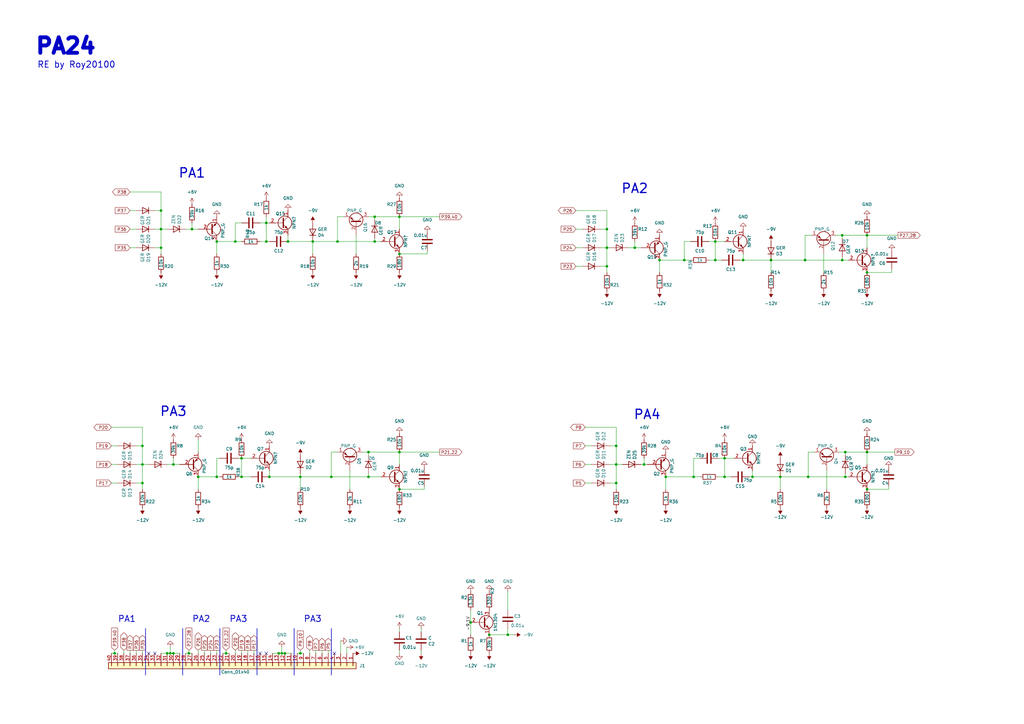
<source format=kicad_sch>
(kicad_sch (version 20250114) (generator "eeschema") (generator_version "9.0")
  (paper "A3")
  (text "PA3" (at 128.27 254 0) (effects (font (size 2.54 2.54) (thickness 0.3175))))
  (text "PA3" (at 71.12 168.91 0) (effects (font (size 3.81 3.81) (thickness 0.508) (bold yes))))
  (text "PA2" (at 260.35 77.47 0) (effects (font (size 3.81 3.81) (thickness 0.508) (bold yes))))
  (text "PA4" (at 265.43 170.18 0) (effects (font (size 3.81 3.81) (thickness 0.508) (bold yes))))
  (text "PA1" (at 78.74 71.12 0) (effects (font (size 3.81 3.81) (thickness 0.508) (bold yes))))
  (text "PA2" (at 82.55 254 0) (effects (font (size 2.54 2.54) (thickness 0.3175))))
  (text "PA24" (at 13.97 19.05 0) (effects (font (size 6.35 6.35) (thickness 2.54) (bold yes)) (justify left)))
  (text "RE by Roy20100" (at 15.24 26.67 0) (effects (font (size 2.54 2.54) (thickness 0.3175)) (justify left)))
  (text "PA1" (at 52.07 254 0) (effects (font (size 2.54 2.54) (thickness 0.3175))))
  (text "PA3" (at 97.79 254 0) (effects (font (size 2.54 2.54) (thickness 0.3175))))
  (junction (at 248.92 109.22))
  (junction (at 248.92 93.98))
  (junction (at 163.83 104.14))
  (junction (at 58.42 190.5))
  (junction (at 151.13 185.42))
  (junction (at 252.73 190.5))
  (junction (at 138.43 99.06))
  (junction (at 264.16 190.5))
  (junction (at 208.28 260.35))
  (junction (at 99.06 187.96))
  (junction (at 331.47 195.58))
  (junction (at 68.58 267.97))
  (junction (at 316.23 106.68))
  (junction (at 297.18 195.58))
  (junction (at 163.83 88.9))
  (junction (at 270.51 106.68))
  (junction (at 81.28 195.58))
  (junction (at 284.48 195.58))
  (junction (at 252.73 198.12))
  (junction (at 163.83 200.66))
  (junction (at 78.74 93.98))
  (junction (at 71.12 190.5))
  (junction (at 115.57 267.97))
  (junction (at 118.11 99.06))
  (junction (at 308.61 195.58))
  (junction (at 293.37 106.68))
  (junction (at 135.89 195.58))
  (junction (at 69.85 267.97))
  (junction (at 123.19 267.97))
  (junction (at 128.27 99.06))
  (junction (at 151.13 195.58))
  (junction (at 66.04 86.36))
  (junction (at 153.67 99.06))
  (junction (at 58.42 182.88))
  (junction (at 116.84 267.97))
  (junction (at 123.19 195.58))
  (junction (at 163.83 185.42))
  (junction (at 293.37 99.06))
  (junction (at 330.2 106.68))
  (junction (at 66.04 93.98))
  (junction (at 193.04 255.27))
  (junction (at 96.52 99.06))
  (junction (at 71.12 267.97))
  (junction (at 92.71 267.97))
  (junction (at 304.8 106.68))
  (junction (at 109.22 91.44))
  (junction (at 297.18 187.96))
  (junction (at 109.22 99.06))
  (junction (at 346.71 185.42))
  (junction (at 345.44 96.52))
  (junction (at 110.49 195.58))
  (junction (at 99.06 195.58))
  (junction (at 355.6 111.76))
  (junction (at 77.47 267.97))
  (junction (at 153.67 88.9))
  (junction (at 252.73 182.88))
  (junction (at 260.35 101.6))
  (junction (at 114.3 267.97))
  (junction (at 346.71 195.58))
  (junction (at 88.9 99.06))
  (junction (at 200.66 260.35))
  (junction (at 355.6 96.52))
  (junction (at 248.92 101.6))
  (junction (at 46.99 267.97))
  (junction (at 66.04 101.6))
  (junction (at 355.6 185.42))
  (junction (at 88.9 195.58))
  (junction (at 273.05 195.58))
  (junction (at 280.67 106.68))
  (junction (at 345.44 106.68))
  (junction (at 58.42 198.12))
  (junction (at 320.04 195.58))
  (junction (at 355.6 200.66))
  (no_connect (at 63.5 267.97))
  (no_connect (at 137.16 267.97))
  (no_connect (at 106.68 267.97))
  (no_connect (at 109.22 267.97))
  (no_connect (at 60.96 267.97))
  (wire (pts (xy 344.17 185.42) (xy 346.71 185.42)))
  (wire (pts (xy 264.16 187.96) (xy 264.16 190.5)))
  (wire (pts (xy 58.42 200.66) (xy 58.42 198.12)))
  (wire (pts (xy 236.22 101.6) (xy 238.76 101.6)))
  (wire (pts (xy 240.03 198.12) (xy 242.57 198.12)))
  (wire (pts (xy 304.8 106.68) (xy 316.23 106.68)))
  (wire (pts (xy 273.05 195.58) (xy 284.48 195.58)))
  (wire (pts (xy 66.04 104.14) (xy 66.04 101.6)))
  (wire (pts (xy 240.03 175.26) (xy 252.73 175.26)))
  (wire (pts (xy 172.72 267.97) (xy 172.72 266.7)))
  (wire (pts (xy 331.47 195.58) (xy 346.71 195.58)))
  (wire (pts (xy 121.92 267.97) (xy 123.19 267.97)))
  (wire (pts (xy 123.19 194.31) (xy 123.19 195.58)))
  (wire (pts (xy 53.34 93.98) (xy 55.88 93.98)))
  (wire (pts (xy 115.57 265.43) (xy 115.57 267.97)))
  (wire (pts (xy 293.37 99.06) (xy 297.18 99.06)))
  (wire (pts (xy 163.83 259.08) (xy 163.83 257.81)))
  (wire (pts (xy 78.74 91.44) (xy 78.74 93.98)))
  (wire (pts (xy 364.49 200.66) (xy 355.6 200.66)))
  (wire (pts (xy 293.37 106.68) (xy 293.37 99.06)))
  (wire (pts (xy 308.61 195.58) (xy 307.34 195.58)))
  (wire (pts (xy 114.3 267.97) (xy 115.57 267.97)))
  (polyline (pts (xy 120.65 257.81) (xy 120.65 276.86)) (stroke (width 0.254)))
  (wire (pts (xy 68.58 267.97) (xy 69.85 267.97)))
  (wire (pts (xy 109.22 88.9) (xy 109.22 91.44)))
  (wire (pts (xy 128.27 99.06) (xy 128.27 104.14)))
  (wire (pts (xy 142.24 265.43) (xy 142.24 267.97)))
  (wire (pts (xy 96.52 266.7) (xy 96.52 267.97)))
  (wire (pts (xy 66.04 267.97) (xy 68.58 267.97)))
  (wire (pts (xy 123.19 195.58) (xy 123.19 200.66)))
  (wire (pts (xy 345.44 96.52) (xy 355.6 96.52)))
  (wire (pts (xy 109.22 91.44) (xy 109.22 99.06)))
  (wire (pts (xy 97.79 195.58) (xy 99.06 195.58)))
  (wire (pts (xy 264.16 190.5) (xy 265.43 190.5)))
  (wire (pts (xy 163.83 267.97) (xy 163.83 266.7)))
  (wire (pts (xy 246.38 93.98) (xy 248.92 93.98)))
  (wire (pts (xy 294.64 195.58) (xy 297.18 195.58)))
  (wire (pts (xy 163.83 88.9) (xy 180.34 88.9)))
  (wire (pts (xy 77.47 267.97) (xy 78.74 267.97)))
  (wire (pts (xy 236.22 109.22) (xy 238.76 109.22)))
  (wire (pts (xy 297.18 187.96) (xy 297.18 195.58)))
  (wire (pts (xy 304.8 104.14) (xy 304.8 106.68)))
  (wire (pts (xy 71.12 267.97) (xy 73.66 267.97)))
  (wire (pts (xy 58.42 266.7) (xy 58.42 267.97)))
  (wire (pts (xy 280.67 106.68) (xy 283.21 106.68)))
  (wire (pts (xy 320.04 200.66) (xy 320.04 195.58)))
  (wire (pts (xy 53.34 86.36) (xy 55.88 86.36)))
  (wire (pts (xy 78.74 93.98) (xy 81.28 93.98)))
  (wire (pts (xy 364.49 199.39) (xy 364.49 200.66)))
  (wire (pts (xy 55.88 182.88) (xy 58.42 182.88)))
  (wire (pts (xy 355.6 96.52) (xy 368.3 96.52)))
  (wire (pts (xy 123.19 266.7) (xy 123.19 267.97)))
  (wire (pts (xy 175.26 102.87) (xy 175.26 104.14)))
  (wire (pts (xy 127 266.7) (xy 127 267.97)))
  (wire (pts (xy 290.83 99.06) (xy 293.37 99.06)))
  (wire (pts (xy 308.61 193.04) (xy 308.61 195.58)))
  (wire (pts (xy 146.05 104.14) (xy 146.05 96.52)))
  (wire (pts (xy 55.88 198.12) (xy 58.42 198.12)))
  (wire (pts (xy 135.89 185.42) (xy 138.43 185.42)))
  (wire (pts (xy 96.52 91.44) (xy 96.52 99.06)))
  (polyline (pts (xy 59.69 257.81) (xy 59.69 276.86)) (stroke (width 0.254)))
  (wire (pts (xy 153.67 99.06) (xy 156.21 99.06)))
  (wire (pts (xy 81.28 195.58) (xy 88.9 195.58)))
  (wire (pts (xy 81.28 195.58) (xy 81.28 200.66)))
  (wire (pts (xy 208.28 242.57) (xy 208.28 250.19)))
  (wire (pts (xy 45.72 182.88) (xy 48.26 182.88)))
  (wire (pts (xy 346.71 185.42) (xy 355.6 185.42)))
  (wire (pts (xy 92.71 266.7) (xy 92.71 267.97)))
  (wire (pts (xy 81.28 180.34) (xy 81.28 185.42)))
  (wire (pts (xy 116.84 267.97) (xy 119.38 267.97)))
  (wire (pts (xy 153.67 88.9) (xy 163.83 88.9)))
  (wire (pts (xy 104.14 266.7) (xy 104.14 267.97)))
  (wire (pts (xy 163.83 185.42) (xy 180.34 185.42)))
  (wire (pts (xy 300.99 187.96) (xy 297.18 187.96)))
  (wire (pts (xy 283.21 99.06) (xy 280.67 99.06)))
  (wire (pts (xy 346.71 195.58) (xy 347.98 195.58)))
  (wire (pts (xy 193.04 250.19) (xy 193.04 255.27)))
  (wire (pts (xy 173.99 199.39) (xy 173.99 200.66)))
  (wire (pts (xy 99.06 195.58) (xy 99.06 187.96)))
  (wire (pts (xy 163.83 88.9) (xy 163.83 93.98)))
  (wire (pts (xy 45.72 190.5) (xy 48.26 190.5)))
  (wire (pts (xy 342.9 96.52) (xy 345.44 96.52)))
  (wire (pts (xy 138.43 88.9) (xy 138.43 99.06)))
  (wire (pts (xy 346.71 195.58) (xy 346.71 194.31)))
  (wire (pts (xy 45.72 175.26) (xy 58.42 175.26)))
  (wire (pts (xy 280.67 99.06) (xy 280.67 106.68)))
  (wire (pts (xy 236.22 93.98) (xy 238.76 93.98)))
  (wire (pts (xy 330.2 96.52) (xy 330.2 106.68)))
  (wire (pts (xy 262.89 190.5) (xy 264.16 190.5)))
  (wire (pts (xy 63.5 93.98) (xy 66.04 93.98)))
  (wire (pts (xy 163.83 200.66) (xy 173.99 200.66)))
  (wire (pts (xy 345.44 106.68) (xy 347.98 106.68)))
  (wire (pts (xy 260.35 99.06) (xy 260.35 101.6)))
  (wire (pts (xy 78.74 93.98) (xy 76.2 93.98)))
  (wire (pts (xy 248.92 101.6) (xy 248.92 109.22)))
  (wire (pts (xy 140.97 88.9) (xy 138.43 88.9)))
  (wire (pts (xy 66.04 93.98) (xy 66.04 101.6)))
  (wire (pts (xy 50.8 266.7) (xy 50.8 267.97)))
  (wire (pts (xy 151.13 88.9) (xy 153.67 88.9)))
  (wire (pts (xy 91.44 267.97) (xy 92.71 267.97)))
  (wire (pts (xy 330.2 106.68) (xy 345.44 106.68)))
  (wire (pts (xy 297.18 187.96) (xy 294.64 187.96)))
  (wire (pts (xy 111.76 267.97) (xy 114.3 267.97)))
  (wire (pts (xy 250.19 190.5) (xy 252.73 190.5)))
  (wire (pts (xy 109.22 91.44) (xy 110.49 91.44)))
  (wire (pts (xy 97.79 187.96) (xy 99.06 187.96)))
  (wire (pts (xy 58.42 190.5) (xy 58.42 198.12)))
  (wire (pts (xy 118.11 96.52) (xy 118.11 99.06)))
  (wire (pts (xy 287.02 187.96) (xy 284.48 187.96)))
  (wire (pts (xy 303.53 106.68) (xy 304.8 106.68)))
  (wire (pts (xy 320.04 195.58) (xy 331.47 195.58)))
  (wire (pts (xy 66.04 86.36) (xy 66.04 93.98)))
  (wire (pts (xy 90.17 195.58) (xy 88.9 195.58)))
  (wire (pts (xy 81.28 266.7) (xy 81.28 267.97)))
  (wire (pts (xy 88.9 99.06) (xy 88.9 104.14)))
  (wire (pts (xy 248.92 111.76) (xy 248.92 109.22)))
  (wire (pts (xy 55.88 266.7) (xy 55.88 267.97)))
  (wire (pts (xy 53.34 266.7) (xy 53.34 267.97)))
  (wire (pts (xy 76.2 267.97) (xy 77.47 267.97)))
  (wire (pts (xy 200.66 260.35) (xy 208.28 260.35)))
  (wire (pts (xy 66.04 93.98) (xy 68.58 93.98)))
  (wire (pts (xy 96.52 91.44) (xy 99.06 91.44)))
  (wire (pts (xy 109.22 99.06) (xy 110.49 99.06)))
  (wire (pts (xy 99.06 266.7) (xy 99.06 267.97)))
  (wire (pts (xy 53.34 101.6) (xy 55.88 101.6)))
  (wire (pts (xy 148.59 185.42) (xy 151.13 185.42)))
  (wire (pts (xy 175.26 104.14) (xy 163.83 104.14)))
  (wire (pts (xy 236.22 86.36) (xy 248.92 86.36)))
  (wire (pts (xy 365.76 110.49) (xy 365.76 111.76)))
  (wire (pts (xy 208.28 257.81) (xy 208.28 260.35)))
  (wire (pts (xy 77.47 266.7) (xy 77.47 267.97)))
  (wire (pts (xy 106.68 99.06) (xy 109.22 99.06)))
  (wire (pts (xy 129.54 266.7) (xy 129.54 267.97)))
  (wire (pts (xy 345.44 96.52) (xy 345.44 97.79)))
  (wire (pts (xy 45.72 267.97) (xy 46.99 267.97)))
  (wire (pts (xy 246.38 109.22) (xy 248.92 109.22)))
  (wire (pts (xy 69.85 265.43) (xy 69.85 267.97)))
  (wire (pts (xy 316.23 111.76) (xy 316.23 106.68)))
  (wire (pts (xy 63.5 101.6) (xy 66.04 101.6)))
  (wire (pts (xy 99.06 187.96) (xy 102.87 187.96)))
  (wire (pts (xy 345.44 106.68) (xy 345.44 105.41)))
  (wire (pts (xy 118.11 99.06) (xy 128.27 99.06)))
  (wire (pts (xy 248.92 101.6) (xy 250.19 101.6)))
  (wire (pts (xy 88.9 266.7) (xy 88.9 267.97)))
  (wire (pts (xy 71.12 190.5) (xy 68.58 190.5)))
  (wire (pts (xy 252.73 175.26) (xy 252.73 182.88)))
  (wire (pts (xy 60.96 190.5) (xy 58.42 190.5)))
  (wire (pts (xy 337.82 111.76) (xy 337.82 104.14)))
  (wire (pts (xy 252.73 190.5) (xy 255.27 190.5)))
  (wire (pts (xy 45.72 198.12) (xy 48.26 198.12)))
  (wire (pts (xy 66.04 78.74) (xy 66.04 86.36)))
  (polyline (pts (xy 105.41 257.81) (xy 105.41 276.86)) (stroke (width 0.254)))
  (wire (pts (xy 92.71 267.97) (xy 93.98 267.97)))
  (wire (pts (xy 73.66 190.5) (xy 71.12 190.5)))
  (wire (pts (xy 135.89 185.42) (xy 135.89 195.58)))
  (wire (pts (xy 69.85 267.97) (xy 71.12 267.97)))
  (wire (pts (xy 83.82 266.7) (xy 83.82 267.97)))
  (wire (pts (xy 139.7 262.89) (xy 139.7 267.97)))
  (wire (pts (xy 132.08 266.7) (xy 132.08 267.97)))
  (wire (pts (xy 163.83 185.42) (xy 163.83 190.5)))
  (polyline (pts (xy 90.17 257.81) (xy 90.17 276.86)) (stroke (width 0.254)))
  (wire (pts (xy 334.01 185.42) (xy 331.47 185.42)))
  (wire (pts (xy 153.67 97.79) (xy 153.67 99.06)))
  (wire (pts (xy 88.9 99.06) (xy 96.52 99.06)))
  (wire (pts (xy 248.92 93.98) (xy 248.92 101.6)))
  (wire (pts (xy 248.92 86.36) (xy 248.92 93.98)))
  (wire (pts (xy 250.19 198.12) (xy 252.73 198.12)))
  (wire (pts (xy 110.49 193.04) (xy 110.49 195.58)))
  (wire (pts (xy 134.62 266.7) (xy 134.62 267.97)))
  (wire (pts (xy 316.23 106.68) (xy 330.2 106.68)))
  (wire (pts (xy 355.6 190.5) (xy 355.6 185.42)))
  (wire (pts (xy 88.9 187.96) (xy 90.17 187.96)))
  (polyline (pts (xy 135.89 257.81) (xy 135.89 276.86)) (stroke (width 0.254)))
  (wire (pts (xy 86.36 266.7) (xy 86.36 267.97)))
  (wire (pts (xy 128.27 99.06) (xy 138.43 99.06)))
  (wire (pts (xy 163.83 185.42) (xy 151.13 185.42)))
  (wire (pts (xy 308.61 195.58) (xy 320.04 195.58)))
  (wire (pts (xy 290.83 106.68) (xy 293.37 106.68)))
  (wire (pts (xy 193.04 260.35) (xy 193.04 255.27)))
  (wire (pts (xy 46.99 266.7) (xy 46.99 267.97)))
  (wire (pts (xy 208.28 260.35) (xy 210.82 260.35)))
  (wire (pts (xy 240.03 190.5) (xy 242.57 190.5)))
  (wire (pts (xy 331.47 185.42) (xy 331.47 195.58)))
  (wire (pts (xy 257.81 101.6) (xy 260.35 101.6)))
  (wire (pts (xy 260.35 101.6) (xy 262.89 101.6)))
  (wire (pts (xy 110.49 195.58) (xy 123.19 195.58)))
  (wire (pts (xy 63.5 86.36) (xy 66.04 86.36)))
  (wire (pts (xy 332.74 96.52) (xy 330.2 96.52)))
  (wire (pts (xy 252.73 182.88) (xy 252.73 190.5)))
  (polyline (pts (xy 74.93 257.81) (xy 74.93 276.86)) (stroke (width 0.254)))
  (wire (pts (xy 240.03 182.88) (xy 242.57 182.88)))
  (wire (pts (xy 58.42 175.26) (xy 58.42 182.88)))
  (wire (pts (xy 46.99 267.97) (xy 48.26 267.97)))
  (wire (pts (xy 270.51 106.68) (xy 270.51 111.76)))
  (wire (pts (xy 138.43 99.06) (xy 153.67 99.06)))
  (wire (pts (xy 252.73 198.12) (xy 252.73 200.66)))
  (wire (pts (xy 270.51 106.68) (xy 280.67 106.68)))
  (wire (pts (xy 284.48 187.96) (xy 284.48 195.58)))
  (wire (pts (xy 355.6 185.42) (xy 367.03 185.42)))
  (wire (pts (xy 172.72 259.08) (xy 172.72 257.81)))
  (wire (pts (xy 123.19 195.58) (xy 135.89 195.58)))
  (wire (pts (xy 151.13 185.42) (xy 151.13 186.69)))
  (wire (pts (xy 53.34 78.74) (xy 66.04 78.74)))
  (wire (pts (xy 101.6 266.7) (xy 101.6 267.97)))
  (wire (pts (xy 153.67 88.9) (xy 153.67 90.17)))
  (wire (pts (xy 252.73 190.5) (xy 252.73 198.12)))
  (wire (pts (xy 96.52 99.06) (xy 99.06 99.06)))
  (wire (pts (xy 365.76 111.76) (xy 355.6 111.76)))
  (wire (pts (xy 299.72 195.58) (xy 297.18 195.58)))
  (wire (pts (xy 151.13 195.58) (xy 156.21 195.58)))
  (wire (pts (xy 339.09 193.04) (xy 339.09 200.66)))
  (wire (pts (xy 151.13 194.31) (xy 151.13 195.58)))
  (wire (pts (xy 346.71 186.69) (xy 346.71 185.42)))
  (wire (pts (xy 58.42 182.88) (xy 58.42 190.5)))
  (wire (pts (xy 123.19 267.97) (xy 124.46 267.97)))
  (wire (pts (xy 355.6 96.52) (xy 355.6 101.6)))
  (wire (pts (xy 143.51 193.04) (xy 143.51 200.66)))
  (wire (pts (xy 115.57 267.97) (xy 116.84 267.97)))
  (wire (pts (xy 109.22 91.44) (xy 106.68 91.44)))
  (wire (pts (xy 71.12 187.96) (xy 71.12 190.5)))
  (wire (pts (xy 88.9 187.96) (xy 88.9 195.58)))
  (wire (pts (xy 99.06 195.58) (xy 102.87 195.58)))
  (wire (pts (xy 284.48 195.58) (xy 287.02 195.58)))
  (wire (pts (xy 246.38 101.6) (xy 248.92 101.6)))
  (wire (pts (xy 293.37 106.68) (xy 295.91 106.68)))
  (wire (pts (xy 273.05 195.58) (xy 273.05 200.66)))
  (wire (pts (xy 55.88 190.5) (xy 58.42 190.5)))
  (wire (pts (xy 250.19 182.88) (xy 252.73 182.88)))
  (wire (pts (xy 135.89 195.58) (xy 151.13 195.58)))
  (label "-9.1V" (at 193.04 252.73 270))
  (global_label "P39,40" (shape input) (at 46.99 266.7 90) (property "Intersheetrefs" "${INTERSHEET_REFS}" (effects (hide yes))))
  (global_label "P25" (shape input) (at 236.22 93.98 180) (property "Intersheetrefs" "${INTERSHEET_REFS}" (effects (hide yes))))
  (global_label "P7" (shape output) (at 129.54 266.7 90) (property "Intersheetrefs" "${INTERSHEET_REFS}" (effects (hide yes))))
  (global_label "P6" (shape output) (at 132.08 266.7 90) (property "Intersheetrefs" "${INTERSHEET_REFS}" (effects (hide yes))))
  (global_label "P21,22" (shape input) (at 92.71 266.7 90) (property "Intersheetrefs" "${INTERSHEET_REFS}" (effects (hide yes))))
  (global_label "P5" (shape input) (at 240.03 198.12 180) (property "Intersheetrefs" "${INTERSHEET_REFS}" (effects (hide yes))))
  (global_label "P35" (shape input) (at 53.34 101.6 180) (property "Intersheetrefs" "${INTERSHEET_REFS}" (effects (hide yes))))
  (global_label "P17" (shape input) (at 45.72 198.12 180) (property "Intersheetrefs" "${INTERSHEET_REFS}" (effects (hide yes))))
  (global_label "P26" (shape bidirectional) (at 236.22 86.36 180) (property "Intersheetrefs" "${INTERSHEET_REFS}" (effects (hide yes))))
  (global_label "P23" (shape output) (at 88.9 266.7 90) (property "Intersheetrefs" "${INTERSHEET_REFS}" (effects (hide yes))))
  (global_label "P27,28" (shape output) (at 368.3 96.52 0) (property "Intersheetrefs" "${INTERSHEET_REFS}" (effects (hide yes))))
  (global_label "P7" (shape input) (at 240.03 182.88 180) (property "Intersheetrefs" "${INTERSHEET_REFS}" (effects (hide yes))))
  (global_label "P39,40" (shape output) (at 180.34 88.9 0) (property "Intersheetrefs" "${INTERSHEET_REFS}" (effects (hide yes))))
  (global_label "P24" (shape input) (at 236.22 101.6 180) (property "Intersheetrefs" "${INTERSHEET_REFS}" (effects (hide yes))))
  (global_label "P5" (shape output) (at 134.62 266.7 90) (property "Intersheetrefs" "${INTERSHEET_REFS}" (effects (hide yes))))
  (global_label "P37" (shape output) (at 53.34 266.7 90) (property "Intersheetrefs" "${INTERSHEET_REFS}" (effects (hide yes))))
  (global_label "P26" (shape bidirectional) (at 81.28 266.7 90) (property "Intersheetrefs" "${INTERSHEET_REFS}" (effects (hide yes))))
  (global_label "P6" (shape input) (at 240.03 190.5 180) (property "Intersheetrefs" "${INTERSHEET_REFS}" (effects (hide yes))))
  (global_label "P25" (shape output) (at 83.82 266.7 90) (property "Intersheetrefs" "${INTERSHEET_REFS}" (effects (hide yes))))
  (global_label "P18" (shape output) (at 101.6 266.7 90) (property "Intersheetrefs" "${INTERSHEET_REFS}" (effects (hide yes))))
  (global_label "P27,28" (shape input) (at 77.47 266.7 90) (property "Intersheetrefs" "${INTERSHEET_REFS}" (effects (hide yes))))
  (global_label "P17" (shape output) (at 104.14 266.7 90) (property "Intersheetrefs" "${INTERSHEET_REFS}" (effects (hide yes))))
  (global_label "P8" (shape bidirectional) (at 127 266.7 90) (property "Intersheetrefs" "${INTERSHEET_REFS}" (effects (hide yes))))
  (global_label "P8" (shape bidirectional) (at 240.03 175.26 180) (property "Intersheetrefs" "${INTERSHEET_REFS}" (effects (hide yes))))
  (global_label "P36" (shape output) (at 55.88 266.7 90) (property "Intersheetrefs" "${INTERSHEET_REFS}" (effects (hide yes))))
  (global_label "P19" (shape output) (at 99.06 266.7 90) (property "Intersheetrefs" "${INTERSHEET_REFS}" (effects (hide yes))))
  (global_label "P19" (shape input) (at 45.72 182.88 180) (property "Intersheetrefs" "${INTERSHEET_REFS}" (effects (hide yes))))
  (global_label "P38" (shape bidirectional) (at 53.34 78.74 180) (property "Intersheetrefs" "${INTERSHEET_REFS}" (effects (hide yes))))
  (global_label "P21,22" (shape output) (at 180.34 185.42 0) (property "Intersheetrefs" "${INTERSHEET_REFS}" (effects (hide yes))))
  (global_label "P20" (shape bidirectional) (at 96.52 266.7 90) (property "Intersheetrefs" "${INTERSHEET_REFS}" (effects (hide yes))))
  (global_label "P23" (shape input) (at 236.22 109.22 180) (property "Intersheetrefs" "${INTERSHEET_REFS}" (effects (hide yes))))
  (global_label "P35" (shape output) (at 58.42 266.7 90) (property "Intersheetrefs" "${INTERSHEET_REFS}" (effects (hide yes))))
  (global_label "P9,10" (shape output) (at 367.03 185.42 0) (property "Intersheetrefs" "${INTERSHEET_REFS}" (effects (hide yes))))
  (global_label "P24" (shape output) (at 86.36 266.7 90) (property "Intersheetrefs" "${INTERSHEET_REFS}" (effects (hide yes))))
  (global_label "P36" (shape input) (at 53.34 93.98 180) (property "Intersheetrefs" "${INTERSHEET_REFS}" (effects (hide yes))))
  (global_label "P18" (shape input) (at 45.72 190.5 180) (property "Intersheetrefs" "${INTERSHEET_REFS}" (effects (hide yes))))
  (global_label "P20" (shape bidirectional) (at 45.72 175.26 180) (property "Intersheetrefs" "${INTERSHEET_REFS}" (effects (hide yes))))
  (global_label "P38" (shape bidirectional) (at 50.8 266.7 90) (property "Intersheetrefs" "${INTERSHEET_REFS}" (effects (hide yes))))
  (global_label "P37" (shape input) (at 53.34 86.36 180) (property "Intersheetrefs" "${INTERSHEET_REFS}" (effects (hide yes))))
  (global_label "P9,10" (shape input) (at 123.19 266.7 90) (property "Intersheetrefs" "${INTERSHEET_REFS}" (effects (hide yes))))
  (symbol (lib_id "Device:C") (at 173.99 195.58 0) (unit 1)
    (property "Reference" "C5" (at 173.99 198.12 0) (effects (justify right)))
    (property "Value" "0.01u" (at 173.99 193.04 0) (effects (justify right)))
    (property "Footprint" "Capacitor_THT:C_Axial_L5.1mm_D3.1mm_P15.00mm_Horizontal" (effects (hide yes)))
    (property "Description" "Unpolarized capacitor" (effects (hide yes)))
  )
  (symbol (lib_id "power:-12V") (at 193.04 267.97 180) (unit 1)
    (property "Reference" "#PWR040" (effects (hide yes)))
    (property "Value" "-12V" (at 193.04 273.05 0))
    (property "Description" "Power symbol creates a global label with name \"-12V\"" (effects (hide yes)))
  )
  (symbol (lib_id "Transistor_BJT:Q_NPN_CBE") (at 107.95 187.96 0) (unit 1)
    (property "Reference" "Q7" (at 105.41 184.15 0) (effects (justify left)))
    (property "Value" "NPN?" (at 113.03 190.5 90) (effects (justify left)))
    (property "Footprint" "Package_TO_SOT_THT:TO-5-3" (effects (hide yes)))
    (property "Description" "NPN transistor, collector/base/emitter" (effects (hide yes)))
  )
  (symbol (lib_id "power:-12V") (at 320.04 208.28 0) (mirror x) (unit 1)
    (property "Reference" "#PWR043" (effects (hide yes)))
    (property "Value" "-12V" (at 320.04 212.09 0))
    (property "Description" "Power symbol creates a global label with name \"-12V\"" (effects (hide yes)))
  )
  (symbol (lib_id "power:+6V") (at 293.37 91.44 0) (unit 1)
    (property "Reference" "#PWR011" (effects (hide yes)))
    (property "Value" "+6V" (at 293.37 86.36 0))
    (property "Description" "Power symbol creates a global label with name \"+6V\"" (effects (hide yes)))
  )
  (symbol (lib_id "power:+6V") (at 71.12 180.34 0) (mirror y) (unit 1)
    (property "Reference" "#PWR08" (effects (hide yes)))
    (property "Value" "+6V" (at 71.12 175.26 0))
    (property "Description" "Power symbol creates a global label with name \"+6V\"" (effects (hide yes)))
  )
  (symbol (lib_id "power:GND") (at 308.61 182.88 0) (mirror x) (unit 1)
    (property "Reference" "#PWR077" (effects (hide yes)))
    (property "Value" "GND" (at 308.61 179.07 0))
    (property "Description" "Power symbol creates a global label with name \"GND\" , ground" (effects (hide yes)))
  )
  (symbol (lib_id "power:-12V") (at 339.09 208.28 0) (mirror x) (unit 1)
    (property "Reference" "#PWR078" (effects (hide yes)))
    (property "Value" "-12V" (at 339.09 212.09 0))
    (property "Description" "Power symbol creates a global label with name \"-12V\"" (effects (hide yes)))
  )
  (symbol (lib_id "power:GND") (at 88.9 88.9 0) (mirror x) (unit 1)
    (property "Reference" "#PWR085" (effects (hide yes)))
    (property "Value" "GND" (at 88.9 83.82 0))
    (property "Description" "Power symbol creates a global label with name \"GND\" , ground" (effects (hide yes)))
  )
  (symbol (lib_id "Diode:1N4148") (at 52.07 198.12 180) (unit 1)
    (property "Reference" "D13" (at 53.2822 200.152 90) (effects (justify left)))
    (property "Value" "GER" (at 50.8579 200.152 90) (effects (justify left)))
    (property "Footprint" "Diode_THT:D_A-405_P12.70mm_Horizontal" (effects (hide yes)))
    (property "Datasheet" "https://assets.nexperia.com/documents/data-sheet/1N4148_1N4448.pdf" (effects (hide yes)))
    (property "Description" "100V 0.15A standard switching diode, DO-35" (effects (hide yes)))
    (property "Sim.Device" "D" (effects (hide yes)))
    (property "Sim.Pins" "1=K 2=A" (effects (hide yes)))
  )
  (symbol (lib_id "power:-12V") (at 128.27 111.76 0) (mirror x) (unit 1)
    (property "Reference" "#PWR048" (effects (hide yes)))
    (property "Value" "-12V" (at 128.27 116.84 0))
    (property "Description" "Power symbol creates a global label with name \"-12V\"" (effects (hide yes)))
  )
  (symbol (lib_id "Diode:1N4148") (at 151.13 190.5 270) (unit 1)
    (property "Reference" "D6" (at 151.13 187.96 90) (effects (justify left)))
    (property "Value" "GER" (at 153.67 189.23 0) (effects (justify left)))
    (property "Footprint" "Diode_THT:D_A-405_P12.70mm_Horizontal" (effects (hide yes)))
    (property "Datasheet" "https://assets.nexperia.com/documents/data-sheet/1N4148_1N4448.pdf" (effects (hide yes)))
    (property "Description" "100V 0.15A standard switching diode, DO-35" (effects (hide yes)))
    (property "Sim.Device" "D" (effects (hide yes)))
    (property "Sim.Pins" "1=K 2=A" (effects (hide yes)))
  )
  (symbol (lib_id "power:-12V") (at 88.9 111.76 0) (mirror x) (unit 1)
    (property "Reference" "#PWR075" (effects (hide yes)))
    (property "Value" "-12V" (at 88.9 116.84 0))
    (property "Description" "Power symbol creates a global label with name \"-12V\"" (effects (hide yes)))
  )
  (symbol (lib_id "Device:R") (at 88.9 107.95 180) (unit 1)
    (property "Reference" "R30" (at 90.17 109.22 0) (effects (justify right)))
    (property "Value" "1k" (at 88.9 107.95 90))
    (property "Footprint" "Resistor_THT:R_Axial_DIN0309_L9.0mm_D3.2mm_P15.24mm_Horizontal" (effects (hide yes)))
    (property "Description" "Resistor" (effects (hide yes)))
  )
  (symbol (lib_id "Device:R") (at 163.83 181.61 0) (unit 1)
    (property "Reference" "R25" (at 162.56 180.34 0) (effects (justify right)))
    (property "Value" "10k" (at 163.83 181.61 90))
    (property "Footprint" "Resistor_THT:R_Axial_DIN0309_L9.0mm_D3.2mm_P15.24mm_Horizontal" (effects (hide yes)))
    (property "Description" "Resistor" (effects (hide yes)))
  )
  (symbol (lib_id "Diode:1N4148") (at 153.67 93.98 270) (unit 1)
    (property "Reference" "D8" (at 153.67 91.44 90) (effects (justify left)))
    (property "Value" "GER" (at 156.21 92.71 0) (effects (justify left)))
    (property "Footprint" "Diode_THT:D_A-405_P12.70mm_Horizontal" (effects (hide yes)))
    (property "Datasheet" "https://assets.nexperia.com/documents/data-sheet/1N4148_1N4448.pdf" (effects (hide yes)))
    (property "Description" "100V 0.15A standard switching diode, DO-35" (effects (hide yes)))
    (property "Sim.Device" "D" (effects (hide yes)))
    (property "Sim.Pins" "1=K 2=A" (effects (hide yes)))
  )
  (symbol (lib_id "power:-12V") (at 144.78 267.97 270) (unit 1)
    (property "Reference" "#PWR039" (effects (hide yes)))
    (property "Value" "-12V" (at 147.955 267.97 90) (effects (justify left)))
    (property "Description" "Power symbol creates a global label with name \"-12V\"" (effects (hide yes)))
  )
  (symbol (lib_id "Diode:1N4148") (at 346.71 190.5 90) (mirror x) (unit 1)
    (property "Reference" "D5" (at 346.71 187.96 90) (effects (justify right)))
    (property "Value" "GER" (at 349.25 189.23 0) (effects (justify left)))
    (property "Footprint" "Diode_THT:D_A-405_P12.70mm_Horizontal" (effects (hide yes)))
    (property "Datasheet" "https://assets.nexperia.com/documents/data-sheet/1N4148_1N4448.pdf" (effects (hide yes)))
    (property "Description" "100V 0.15A standard switching diode, DO-35" (effects (hide yes)))
    (property "Sim.Device" "D" (effects (hide yes)))
    (property "Sim.Pins" "1=K 2=A" (effects (hide yes)))
  )
  (symbol (lib_id "power:GND") (at 304.8 93.98 0) (mirror x) (unit 1)
    (property "Reference" "#PWR083" (effects (hide yes)))
    (property "Value" "GND" (at 304.8 88.9 0))
    (property "Description" "Power symbol creates a global label with name \"GND\" , ground" (effects (hide yes)))
  )
  (symbol (lib_id "power:GND") (at 273.05 185.42 0) (mirror x) (unit 1)
    (property "Reference" "#PWR076" (effects (hide yes)))
    (property "Value" "GND" (at 273.05 181.2869 0))
    (property "Description" "Power symbol creates a global label with name \"GND\" , ground" (effects (hide yes)))
  )
  (symbol (lib_id "power:-12V") (at 248.92 119.38 180) (unit 1)
    (property "Reference" "#PWR051" (effects (hide yes)))
    (property "Value" "-12V" (at 248.92 124.46 0))
    (property "Description" "Power symbol creates a global label with name \"-12V\"" (effects (hide yes)))
  )
  (symbol (lib_id "Device:R") (at 273.05 204.47 180) (unit 1)
    (property "Reference" "R36" (at 274.32 205.74 0) (effects (justify right)))
    (property "Value" "1k" (at 273.05 204.47 90))
    (property "Footprint" "Resistor_THT:R_Axial_DIN0309_L9.0mm_D3.2mm_P15.24mm_Horizontal" (effects (hide yes)))
    (property "Description" "Resistor" (effects (hide yes)))
  )
  (symbol (lib_id "Device:C") (at 106.68 195.58 90) (unit 1)
    (property "Reference" "C14" (at 106.68 199.39 90))
    (property "Value" "75p" (at 106.68 191.77 90))
    (property "Footprint" "Capacitor_THT:C_Rect_L7.0mm_W2.0mm_P5.00mm" (effects (hide yes)))
    (property "Description" "Unpolarized capacitor" (effects (hide yes)))
  )
  (symbol (lib_id "Diode:1N4148") (at 59.69 101.6 180) (unit 1)
    (property "Reference" "D19" (at 60.9022 103.632 90) (effects (justify left)))
    (property "Value" "GER" (at 58.4779 103.632 90) (effects (justify left)))
    (property "Footprint" "Diode_THT:D_A-405_P12.70mm_Horizontal" (effects (hide yes)))
    (property "Datasheet" "https://assets.nexperia.com/documents/data-sheet/1N4148_1N4448.pdf" (effects (hide yes)))
    (property "Description" "100V 0.15A standard switching diode, DO-35" (effects (hide yes)))
    (property "Sim.Device" "D" (effects (hide yes)))
    (property "Sim.Pins" "1=K 2=A" (effects (hide yes)))
  )
  (symbol (lib_id "Device:C") (at 114.3 99.06 90) (unit 1)
    (property "Reference" "C12" (at 114.3 102.87 90))
    (property "Value" "75p" (at 114.3 95.25 90))
    (property "Footprint" "Capacitor_THT:C_Rect_L7.0mm_W2.0mm_P5.00mm" (effects (hide yes)))
    (property "Description" "Unpolarized capacitor" (effects (hide yes)))
  )
  (symbol (lib_id "Diode:1N4148") (at 242.57 93.98 0) (mirror y) (unit 1)
    (property "Reference" "D18" (at 243.7822 91.948 90) (effects (justify left)))
    (property "Value" "GER" (at 241.3579 91.948 90) (effects (justify left)))
    (property "Footprint" "Diode_THT:D_A-405_P12.70mm_Horizontal" (effects (hide yes)))
    (property "Datasheet" "https://assets.nexperia.com/documents/data-sheet/1N4148_1N4448.pdf" (effects (hide yes)))
    (property "Description" "100V 0.15A standard switching diode, DO-35" (effects (hide yes)))
    (property "Sim.Device" "D" (effects (hide yes)))
    (property "Sim.Pins" "1=K 2=A" (effects (hide yes)))
  )
  (symbol (lib_id "Device:R") (at 355.6 204.47 0) (mirror x) (unit 1)
    (property "Reference" "R35" (at 354.33 205.74 0) (effects (justify right)))
    (property "Value" "180" (at 355.6 204.47 90))
    (property "Footprint" "Resistor_THT:R_Axial_DIN0309_L9.0mm_D3.2mm_P15.24mm_Horizontal" (effects (hide yes)))
    (property "Description" "Resistor" (effects (hide yes)))
  )
  (symbol (lib_id "Diode:1N4148") (at 59.69 93.98 180) (unit 1)
    (property "Reference" "D20" (at 60.9022 96.012 90) (effects (justify left)))
    (property "Value" "GER" (at 58.4779 96.012 90) (effects (justify left)))
    (property "Footprint" "Diode_THT:D_A-405_P12.70mm_Horizontal" (effects (hide yes)))
    (property "Datasheet" "https://assets.nexperia.com/documents/data-sheet/1N4148_1N4448.pdf" (effects (hide yes)))
    (property "Description" "100V 0.15A standard switching diode, DO-35" (effects (hide yes)))
    (property "Sim.Device" "D" (effects (hide yes)))
    (property "Sim.Pins" "1=K 2=A" (effects (hide yes)))
  )
  (symbol (lib_id "Device:C") (at 299.72 106.68 90) (unit 1)
    (property "Reference" "C13" (at 299.72 110.49 90))
    (property "Value" "75p" (at 299.72 102.87 90))
    (property "Footprint" "Capacitor_THT:C_Rect_L7.0mm_W2.0mm_P5.00mm" (effects (hide yes)))
    (property "Description" "Unpolarized capacitor" (effects (hide yes)))
  )
  (symbol (lib_id "power:GND") (at 364.49 191.77 0) (mirror x) (unit 1)
    (property "Reference" "#PWR060" (effects (hide yes)))
    (property "Value" "GND" (at 364.49 187.96 0))
    (property "Description" "Power symbol creates a global label with name \"GND\" , ground" (effects (hide yes)))
  )
  (symbol (lib_id "Device:C") (at 163.83 262.89 180) (unit 1)
    (property "Reference" "C1" (at 166.37 261.62 0) (effects (justify right)))
    (property "Value" "0.01u" (at 165.1 265.43 0) (effects (justify right)))
    (property "Footprint" "Capacitor_THT:C_Axial_L5.1mm_D3.1mm_P15.00mm_Horizontal" (effects (hide yes)))
    (property "Description" "Unpolarized capacitor" (effects (hide yes)))
  )
  (symbol (lib_id "power:GND") (at 200.66 242.57 0) (mirror x) (unit 1)
    (property "Reference" "#PWR059" (effects (hide yes)))
    (property "Value" "GND" (at 200.66 238.4369 0))
    (property "Description" "Power symbol creates a global label with name \"GND\" , ground" (effects (hide yes)))
  )
  (symbol (lib_id "Device:R") (at 316.23 115.57 0) (mirror x) (unit 1)
    (property "Reference" "R14" (at 316.23 111.76 0) (effects (justify left)))
    (property "Value" "10k" (at 316.23 115.57 90))
    (property "Footprint" "Resistor_THT:R_Axial_DIN0309_L9.0mm_D3.2mm_P15.24mm_Horizontal" (effects (hide yes)))
    (property "Description" "Resistor" (effects (hide yes)))
  )
  (symbol (lib_id "Device:C") (at 365.76 106.68 0) (unit 1)
    (property "Reference" "C6" (at 363.22 107.95 0) (effects (justify right)))
    (property "Value" "0.01u" (at 364.49 104.14 0) (effects (justify right)))
    (property "Footprint" "Capacitor_THT:C_Axial_L5.1mm_D3.1mm_P15.00mm_Horizontal" (effects (hide yes)))
    (property "Description" "Unpolarized capacitor" (effects (hide yes)))
  )
  (symbol (lib_id "power:GND") (at 270.51 96.52 0) (mirror x) (unit 1)
    (property "Reference" "#PWR082" (effects (hide yes)))
    (property "Value" "GND" (at 270.51 91.44 0))
    (property "Description" "Power symbol creates a global label with name \"GND\" , ground" (effects (hide yes)))
  )
  (symbol (lib_id "Device:C") (at 364.49 195.58 0) (unit 1)
    (property "Reference" "C4" (at 364.49 198.12 0) (effects (justify right)))
    (property "Value" "0.01u" (at 364.49 193.04 0) (effects (justify right)))
    (property "Footprint" "Capacitor_THT:C_Axial_L5.1mm_D3.1mm_P15.00mm_Horizontal" (effects (hide yes)))
    (property "Description" "Unpolarized capacitor" (effects (hide yes)))
  )
  (symbol (lib_id "Device:C") (at 93.98 187.96 270) (unit 1)
    (property "Reference" "C9" (at 93.98 184.15 90))
    (property "Value" "75p" (at 93.98 191.77 90))
    (property "Footprint" "Capacitor_THT:C_Rect_L7.0mm_W2.0mm_P5.00mm" (effects (hide yes)))
    (property "Description" "Unpolarized capacitor" (effects (hide yes)))
  )
  (symbol (lib_id "power:+6V") (at 142.24 265.43 270) (unit 1)
    (property "Reference" "#PWR01" (effects (hide yes)))
    (property "Value" "+6V" (at 145.415 265.43 90) (effects (justify left)))
    (property "Description" "Power symbol creates a global label with name \"+6V\"" (effects (hide yes)))
  )
  (symbol (lib_id "Device:C") (at 287.02 99.06 90) (unit 1)
    (property "Reference" "C10" (at 287.02 102.87 90))
    (property "Value" "75p" (at 287.02 95.25 90))
    (property "Footprint" "Capacitor_THT:C_Rect_L7.0mm_W2.0mm_P5.00mm" (effects (hide yes)))
    (property "Description" "Unpolarized capacitor" (effects (hide yes)))
  )
  (symbol (lib_id "Device:R") (at 320.04 204.47 0) (mirror x) (unit 1)
    (property "Reference" "R5" (at 318.77 205.74 0) (effects (justify right)))
    (property "Value" "10k" (at 320.04 204.47 90))
    (property "Footprint" "Resistor_THT:R_Axial_DIN0309_L9.0mm_D3.2mm_P15.24mm_Horizontal" (effects (hide yes)))
    (property "Description" "Resistor" (effects (hide yes)))
  )
  (symbol (lib_id "power:GND") (at 139.7 262.89 90) (unit 1)
    (property "Reference" "#PWR03" (effects (hide yes)))
    (property "Value" "GND" (at 142.875 262.89 90) (effects (justify right)))
    (property "Description" "Power symbol creates a global label with name \"GND\" , ground" (effects (hide yes)))
  )
  (symbol (lib_id "Device:R") (at 102.87 99.06 90) (mirror x) (unit 1)
    (property "Reference" "R40" (at 101.6 97.79 0) (effects (justify right)))
    (property "Value" "1k" (at 102.87 99.06 90))
    (property "Footprint" "Resistor_THT:R_Axial_DIN0309_L9.0mm_D3.2mm_P15.24mm_Horizontal" (effects (hide yes)))
    (property "Description" "Resistor" (effects (hide yes)))
  )
  (symbol (lib_id "power:-12V") (at 355.6 208.28 180) (unit 1)
    (property "Reference" "#PWR071" (effects (hide yes)))
    (property "Value" "-12V" (at 355.6 212.09 0))
    (property "Description" "Power symbol creates a global label with name \"-12V\"" (effects (hide yes)))
  )
  (symbol (lib_id "Device:Q_PNP_EBC") (at 146.05 91.44 270) (mirror x) (unit 1)
    (property "Reference" "Q16" (at 149.86 95.25 0) (effects (justify left)))
    (property "Value" "PNP_G" (at 142.24 86.36 90) (effects (justify left)))
    (property "Footprint" "Package_TO_SOT_THT:TO-5-3" (effects (hide yes)))
    (property "Description" "PNP transistor, emitter/base/collector" (effects (hide yes)))
  )
  (symbol (lib_id "Transistor_BJT:Q_NPN_CBE") (at 306.07 187.96 0) (unit 1)
    (property "Reference" "Q3" (at 303.53 184.15 0) (effects (justify left)))
    (property "Value" "NPN?" (at 311.15 190.5 90) (effects (justify left)))
    (property "Footprint" "Package_TO_SOT_THT:TO-5-3" (effects (hide yes)))
    (property "Description" "NPN transistor, collector/base/emitter" (effects (hide yes)))
  )
  (symbol (lib_id "power:-12V") (at 172.72 267.97 0) (mirror x) (unit 1)
    (property "Reference" "#PWR056" (effects (hide yes)))
    (property "Value" "-12V" (at 172.72 273.05 0))
    (property "Description" "Power symbol creates a global label with name \"-12V\"" (effects (hide yes)))
  )
  (symbol (lib_id "power:+6V") (at 264.16 180.34 0) (mirror y) (unit 1)
    (property "Reference" "#PWR06" (effects (hide yes)))
    (property "Value" "+6V" (at 264.16 175.26 0))
    (property "Description" "Power symbol creates a global label with name \"+6V\"" (effects (hide yes)))
  )
  (symbol (lib_id "power:GND") (at 175.26 95.25 0) (mirror x) (unit 1)
    (property "Reference" "#PWR064" (effects (hide yes)))
    (property "Value" "GND" (at 175.26 90.17 0))
    (property "Description" "Power symbol creates a global label with name \"GND\" , ground" (effects (hide yes)))
  )
  (symbol (lib_id "Transistor_BJT:Q_NPN_CBE") (at 353.06 106.68 0) (unit 1)
    (property "Reference" "Q13" (at 350.52 102.87 0) (effects (justify left)))
    (property "Value" "NPN?" (at 358.14 109.22 90) (effects (justify left)))
    (property "Footprint" "Package_TO_SOT_THT:TO-5-3" (effects (hide yes)))
    (property "Description" "NPN transistor, collector/base/emitter" (effects (hide yes)))
  )
  (symbol (lib_id "power:GND") (at 355.6 177.8 180) (unit 1)
    (property "Reference" "#PWR061" (effects (hide yes)))
    (property "Value" "GND" (at 355.6 172.72 0))
    (property "Description" "Power symbol creates a global label with name \"GND\" , ground" (effects (hide yes)))
  )
  (symbol (lib_id "power:GND") (at 81.28 180.34 0) (mirror x) (unit 1)
    (property "Reference" "#PWR081" (effects (hide yes)))
    (property "Value" "GND" (at 81.28 175.26 0))
    (property "Description" "Power symbol creates a global label with name \"GND\" , ground" (effects (hide yes)))
  )
  (symbol (lib_id "power:-12V") (at 355.6 119.38 180) (unit 1)
    (property "Reference" "#PWR068" (effects (hide yes)))
    (property "Value" "-12V" (at 355.6 124.46 0))
    (property "Description" "Power symbol creates a global label with name \"-12V\"" (effects (hide yes)))
  )
  (symbol (lib_id "Connector_Generic:Conn_01x40") (at 96.52 273.05 270) (unit 1)
    (property "Reference" "J1" (at 148.59 273.05 90))
    (property "Value" "Conn_01x40" (at 96.52 275.59 90))
    (property "Footprint" "Logi620:ELCO 40" (effects (hide yes)))
    (property "Description" "Generic connector, single row, 01x40, script generated (kicad-library-utils/schlib/autogen/connector/)" (effects (hide yes)))
  )
  (symbol (lib_id "Device:C") (at 303.53 195.58 90) (unit 1)
    (property "Reference" "C15" (at 303.53 199.39 90))
    (property "Value" "75p" (at 304.8 196.85 90) (effects (justify right)))
    (property "Footprint" "Capacitor_THT:C_Rect_L7.0mm_W2.0mm_P5.00mm" (effects (hide yes)))
    (property "Description" "Unpolarized capacitor" (effects (hide yes)))
  )
  (symbol (lib_id "power:GND") (at 163.83 267.97 0) (mirror y) (unit 1)
    (property "Reference" "#PWR055" (effects (hide yes)))
    (property "Value" "GND" (at 163.83 272.1031 0))
    (property "Description" "Power symbol creates a global label with name \"GND\" , ground" (effects (hide yes)))
  )
  (symbol (lib_id "Device:R") (at 66.04 107.95 180) (unit 1)
    (property "Reference" "R20" (at 67.31 109.22 0) (effects (justify right)))
    (property "Value" "10k" (at 66.04 107.95 90))
    (property "Footprint" "Resistor_THT:R_Axial_DIN0309_L9.0mm_D3.2mm_P15.24mm_Horizontal" (effects (hide yes)))
    (property "Description" "Resistor" (effects (hide yes)))
  )
  (symbol (lib_id "Device:D_Zener") (at 64.77 190.5 0) (mirror y) (unit 1)
    (property "Reference" "D24" (at 65.9822 188.468 90) (effects (justify left)))
    (property "Value" "ZEN" (at 63.5579 188.468 90) (effects (justify left)))
    (property "Footprint" "Diode_THT:D_A-405_P12.70mm_Horizontal" (effects (hide yes)))
    (property "Description" "Zener diode" (effects (hide yes)))
  )
  (symbol (lib_id "power:GND") (at 69.85 265.43 180) (unit 1)
    (property "Reference" "#PWR05" (effects (hide yes)))
    (property "Value" "GND" (at 69.85 260.35 0))
    (property "Description" "Power symbol creates a global label with name \"GND\" , ground" (effects (hide yes)))
  )
  (symbol (lib_id "power:GND") (at 163.83 177.8 0) (mirror x) (unit 1)
    (property "Reference" "#PWR063" (effects (hide yes)))
    (property "Value" "GND" (at 163.83 172.72 0))
    (property "Description" "Power symbol creates a global label with name \"GND\" , ground" (effects (hide yes)))
  )
  (symbol (lib_id "Device:C") (at 175.26 99.06 0) (unit 1)
    (property "Reference" "C7" (at 175.26 101.6 0) (effects (justify right)))
    (property "Value" "0.01u" (at 175.26 96.52 0) (effects (justify right)))
    (property "Footprint" "Capacitor_THT:C_Axial_L5.1mm_D3.1mm_P15.00mm_Horizontal" (effects (hide yes)))
    (property "Description" "Unpolarized capacitor" (effects (hide yes)))
  )
  (symbol (lib_id "Diode:1N4148") (at 345.44 101.6 270) (unit 1)
    (property "Reference" "D7" (at 345.44 99.06 90) (effects (justify left)))
    (property "Value" "GER" (at 347.98 100.33 0) (effects (justify left)))
    (property "Footprint" "Diode_THT:D_A-405_P12.70mm_Horizontal" (effects (hide yes)))
    (property "Datasheet" "https://assets.nexperia.com/documents/data-sheet/1N4148_1N4448.pdf" (effects (hide yes)))
    (property "Description" "100V 0.15A standard switching diode, DO-35" (effects (hide yes)))
    (property "Sim.Device" "D" (effects (hide yes)))
    (property "Sim.Pins" "1=K 2=A" (effects (hide yes)))
  )
  (symbol (lib_id "power:GND") (at 193.04 242.57 0) (mirror x) (unit 1)
    (property "Reference" "#PWR058" (effects (hide yes)))
    (property "Value" "GND" (at 193.04 238.4369 0))
    (property "Description" "Power symbol creates a global label with name \"GND\" , ground" (effects (hide yes)))
  )
  (symbol (lib_id "Diode:1N4148") (at 123.19 190.5 270) (mirror x) (unit 1)
    (property "Reference" "D2" (at 125.222 191.7122 90) (effects (justify left)))
    (property "Value" "GER" (at 125.222 189.2879 90) (effects (justify left)))
    (property "Footprint" "Diode_THT:D_A-405_P12.70mm_Horizontal" (effects (hide yes)))
    (property "Datasheet" "https://assets.nexperia.com/documents/data-sheet/1N4148_1N4448.pdf" (effects (hide yes)))
    (property "Description" "100V 0.15A standard switching diode, DO-35" (effects (hide yes)))
    (property "Sim.Device" "D" (effects (hide yes)))
    (property "Sim.Pins" "1=K 2=A" (effects (hide yes)))
  )
  (symbol (lib_id "power:-9V") (at 123.19 186.69 0) (unit 1)
    (property "Reference" "#PWR019" (effects (hide yes)))
    (property "Value" "-9V" (at 123.19 181.61 0))
    (property "Description" "Power symbol creates a global label with name \"-9V\"" (effects (hide yes)))
  )
  (symbol (lib_id "Device:C") (at 172.72 262.89 0) (mirror y) (unit 1)
    (property "Reference" "C2" (at 175.641 264.1022 0) (effects (justify right)))
    (property "Value" "C" (at 175.641 261.6779 0) (effects (justify right)))
    (property "Footprint" "Capacitor_THT:C_Axial_L12.0mm_D6.5mm_P20.00mm_Horizontal" (effects (hide yes)))
    (property "Description" "Unpolarized capacitor" (effects (hide yes)))
  )
  (symbol (lib_id "Device:Q_PNP_EBC") (at 267.97 101.6 0) (mirror x) (unit 1)
    (property "Reference" "Q10" (at 265.43 105.41 0) (effects (justify left)))
    (property "Value" "PNP_G" (at 273.05 99.06 90) (effects (justify left)))
    (property "Footprint" "Package_TO_SOT_THT:TO-5-3" (effects (hide yes)))
    (property "Description" "PNP transistor, emitter/base/collector" (effects (hide yes)))
  )
  (symbol (lib_id "Device:Q_PNP_EBC") (at 86.36 93.98 0) (mirror x) (unit 1)
    (property "Reference" "Q14" (at 83.82 97.79 0) (effects (justify left)))
    (property "Value" "PNP_G" (at 91.44 91.44 90) (effects (justify left)))
    (property "Footprint" "Package_TO_SOT_THT:TO-5-3" (effects (hide yes)))
    (property "Description" "PNP transistor, emitter/base/collector" (effects (hide yes)))
  )
  (symbol (lib_id "Device:R") (at 339.09 204.47 0) (unit 1)
    (property "Reference" "R6" (at 337.82 203.2 0) (effects (justify right)))
    (property "Value" "2k" (at 339.09 204.47 90))
    (property "Footprint" "Resistor_THT:R_Axial_DIN0309_L9.0mm_D3.2mm_P15.24mm_Horizontal" (effects (hide yes)))
    (property "Description" "Resistor" (effects (hide yes)))
  )
  (symbol (lib_id "Device:D_Zener") (at 254 101.6 0) (mirror y) (unit 1)
    (property "Reference" "D23" (at 255.2122 99.568 90) (effects (justify left)))
    (property "Value" "ZEN" (at 252.7879 99.568 90) (effects (justify left)))
    (property "Footprint" "Diode_THT:D_A-405_P12.70mm_Horizontal" (effects (hide yes)))
    (property "Description" "Zener diode" (effects (hide yes)))
  )
  (symbol (lib_id "power:-12V") (at 337.82 119.38 180) (unit 1)
    (property "Reference" "#PWR047" (effects (hide yes)))
    (property "Value" "-12V" (at 337.82 124.46 0))
    (property "Description" "Power symbol creates a global label with name \"-12V\"" (effects (hide yes)))
  )
  (symbol (lib_id "Device:R") (at 337.82 115.57 180) (unit 1)
    (property "Reference" "R15" (at 337.82 111.76 0) (effects (justify right)))
    (property "Value" "2k" (at 337.82 115.57 90))
    (property "Footprint" "Resistor_THT:R_Axial_DIN0309_L9.0mm_D3.2mm_P15.24mm_Horizontal" (effects (hide yes)))
    (property "Description" "Resistor" (effects (hide yes)))
  )
  (symbol (lib_id "Device:R") (at 355.6 181.61 0) (mirror y) (unit 1)
    (property "Reference" "R24" (at 356.87 180.34 0) (effects (justify right)))
    (property "Value" "10k" (at 355.6 181.61 90))
    (property "Footprint" "Resistor_THT:R_Axial_DIN0309_L9.0mm_D3.2mm_P15.24mm_Horizontal" (effects (hide yes)))
    (property "Description" "Resistor" (effects (hide yes)))
  )
  (symbol (lib_id "power:-9V") (at 128.27 91.44 0) (unit 1)
    (property "Reference" "#PWR020" (effects (hide yes)))
    (property "Value" "-9V" (at 128.27 86.36 0))
    (property "Description" "Power symbol creates a global label with name \"-9V\"" (effects (hide yes)))
  )
  (symbol (lib_id "power:GND") (at 163.83 81.28 0) (mirror x) (unit 1)
    (property "Reference" "#PWR065" (effects (hide yes)))
    (property "Value" "GND" (at 163.83 76.2 0))
    (property "Description" "Power symbol creates a global label with name \"GND\" , ground" (effects (hide yes)))
  )
  (symbol (lib_id "power:-12V") (at 252.73 208.28 180) (unit 1)
    (property "Reference" "#PWR052" (effects (hide yes)))
    (property "Value" "-12V" (at 252.73 213.36 0))
    (property "Description" "Power symbol creates a global label with name \"-12V\"" (effects (hide yes)))
  )
  (symbol (lib_id "Diode:1N4148") (at 52.07 182.88 180) (unit 1)
    (property "Reference" "D15" (at 53.2822 184.912 90) (effects (justify left)))
    (property "Value" "GER" (at 50.8579 184.912 90) (effects (justify left)))
    (property "Footprint" "Diode_THT:D_A-405_P12.70mm_Horizontal" (effects (hide yes)))
    (property "Datasheet" "https://assets.nexperia.com/documents/data-sheet/1N4148_1N4448.pdf" (effects (hide yes)))
    (property "Description" "100V 0.15A standard switching diode, DO-35" (effects (hide yes)))
    (property "Sim.Device" "D" (effects (hide yes)))
    (property "Sim.Pins" "1=K 2=A" (effects (hide yes)))
  )
  (symbol (lib_id "power:-12V") (at 163.83 208.28 180) (unit 1)
    (property "Reference" "#PWR072" (effects (hide yes)))
    (property "Value" "-12V" (at 163.83 213.36 0))
    (property "Description" "Power symbol creates a global label with name \"-12V\"" (effects (hide yes)))
  )
  (symbol (lib_id "Device:R") (at 146.05 107.95 180) (unit 1)
    (property "Reference" "R19" (at 147.32 109.22 0) (effects (justify right)))
    (property "Value" "2k" (at 146.05 107.95 90))
    (property "Footprint" "Resistor_THT:R_Axial_DIN0309_L9.0mm_D3.2mm_P15.24mm_Horizontal" (effects (hide yes)))
    (property "Description" "Resistor" (effects (hide yes)))
  )
  (symbol (lib_id "power:+6V") (at 297.18 180.34 0) (unit 1)
    (property "Reference" "#PWR02" (effects (hide yes)))
    (property "Value" "+6V" (at 297.18 175.26 0))
    (property "Description" "Power symbol creates a global label with name \"+6V\"" (effects (hide yes)))
  )
  (symbol (lib_id "Device:R") (at 99.06 184.15 0) (unit 1)
    (property "Reference" "R9" (at 99.06 180.34 0) (effects (justify right)))
    (property "Value" "10k" (at 99.06 184.15 90))
    (property "Footprint" "Resistor_THT:R_Axial_DIN0309_L9.0mm_D3.2mm_P15.24mm_Horizontal" (effects (hide yes)))
    (property "Description" "Resistor" (effects (hide yes)))
  )
  (symbol (lib_id "Device:R") (at 252.73 204.47 180) (unit 1)
    (property "Reference" "R23" (at 254 205.74 0) (effects (justify right)))
    (property "Value" "10k" (at 252.73 204.47 90))
    (property "Footprint" "Resistor_THT:R_Axial_DIN0309_L9.0mm_D3.2mm_P15.24mm_Horizontal" (effects (hide yes)))
    (property "Description" "Resistor" (effects (hide yes)))
  )
  (symbol (lib_id "power:-12V") (at 143.51 208.28 180) (unit 1)
    (property "Reference" "#PWR045" (effects (hide yes)))
    (property "Value" "-12V" (at 143.51 213.36 0))
    (property "Description" "Power symbol creates a global label with name \"-12V\"" (effects (hide yes)))
  )
  (symbol (lib_id "Device:C") (at 102.87 91.44 90) (mirror x) (unit 1)
    (property "Reference" "C11" (at 102.87 87.63 90))
    (property "Value" "75p" (at 102.87 95.25 90))
    (property "Footprint" "Capacitor_THT:C_Rect_L7.0mm_W2.0mm_P5.00mm" (effects (hide yes)))
    (property "Description" "Unpolarized capacitor" (effects (hide yes)))
  )
  (symbol (lib_id "Device:R") (at 109.22 85.09 0) (unit 1)
    (property "Reference" "R17" (at 107.95 83.82 0) (effects (justify right)))
    (property "Value" "1k" (at 109.22 85.09 90))
    (property "Footprint" "Resistor_THT:R_Axial_DIN0309_L9.0mm_D3.2mm_P15.24mm_Horizontal" (effects (hide yes)))
    (property "Description" "Resistor" (effects (hide yes)))
  )
  (symbol (lib_id "Device:C") (at 290.83 187.96 270) (unit 1)
    (property "Reference" "C8" (at 293.37 186.69 90))
    (property "Value" "75p" (at 287.02 186.69 90))
    (property "Footprint" "Capacitor_THT:C_Rect_L7.0mm_W2.0mm_P5.00mm" (effects (hide yes)))
    (property "Description" "Unpolarized capacitor" (effects (hide yes)))
  )
  (symbol (lib_id "Device:R") (at 260.35 95.25 0) (mirror y) (unit 1)
    (property "Reference" "R12" (at 261.62 93.98 0) (effects (justify right)))
    (property "Value" "39k" (at 260.35 95.25 90))
    (property "Footprint" "Resistor_THT:R_Axial_DIN0309_L9.0mm_D3.2mm_P15.24mm_Horizontal" (effects (hide yes)))
    (property "Description" "Resistor" (effects (hide yes)))
  )
  (symbol (lib_id "Diode:1N4148") (at 242.57 101.6 0) (mirror y) (unit 1)
    (property "Reference" "D17" (at 243.7822 99.568 90) (effects (justify left)))
    (property "Value" "GER" (at 241.3579 99.568 90) (effects (justify left)))
    (property "Footprint" "Diode_THT:D_A-405_P12.70mm_Horizontal" (effects (hide yes)))
    (property "Datasheet" "https://assets.nexperia.com/documents/data-sheet/1N4148_1N4448.pdf" (effects (hide yes)))
    (property "Description" "100V 0.15A standard switching diode, DO-35" (effects (hide yes)))
    (property "Sim.Device" "D" (effects (hide yes)))
    (property "Sim.Pins" "1=K 2=A" (effects (hide yes)))
  )
  (symbol (lib_id "Device:R") (at 163.83 85.09 0) (unit 1)
    (property "Reference" "R27" (at 162.56 83.82 0) (effects (justify right)))
    (property "Value" "10k" (at 163.83 85.09 90))
    (property "Footprint" "Resistor_THT:R_Axial_DIN0309_L9.0mm_D3.2mm_P15.24mm_Horizontal" (effects (hide yes)))
    (property "Description" "Resistor" (effects (hide yes)))
  )
  (symbol (lib_id "Diode:1N4148") (at 128.27 95.25 270) (mirror x) (unit 1)
    (property "Reference" "D4" (at 130.302 96.4622 90) (effects (justify left)))
    (property "Value" "GER" (at 130.302 94.0379 90) (effects (justify left)))
    (property "Footprint" "Diode_THT:D_A-405_P12.70mm_Horizontal" (effects (hide yes)))
    (property "Datasheet" "https://assets.nexperia.com/documents/data-sheet/1N4148_1N4448.pdf" (effects (hide yes)))
    (property "Description" "100V 0.15A standard switching diode, DO-35" (effects (hide yes)))
    (property "Sim.Device" "D" (effects (hide yes)))
    (property "Sim.Pins" "1=K 2=A" (effects (hide yes)))
  )
  (symbol (lib_id "Transistor_BJT:Q_NPN_CBE") (at 115.57 91.44 0) (unit 1)
    (property "Reference" "Q15" (at 113.03 87.63 0) (effects (justify left)))
    (property "Value" "NPN?" (at 120.65 93.98 90) (effects (justify left)))
    (property "Footprint" "Package_TO_SOT_THT:TO-5-3" (effects (hide yes)))
    (property "Description" "NPN transistor, collector/base/emitter" (effects (hide yes)))
  )
  (symbol (lib_id "Device:R") (at 200.66 264.16 0) (unit 1)
    (property "Reference" "R7" (at 199.39 262.89 0) (effects (justify right)))
    (property "Value" "39k" (at 200.66 264.16 90))
    (property "Footprint" "Resistor_THT:R_Axial_DIN0309_L9.0mm_D3.2mm_P15.24mm_Horizontal" (effects (hide yes)))
    (property "Description" "Resistor" (effects (hide yes)))
  )
  (symbol (lib_id "Device:Q_PNP_EBC") (at 143.51 187.96 270) (mirror x) (unit 1)
    (property "Reference" "Q8" (at 147.32 190.5 0) (effects (justify left)))
    (property "Value" "PNP_G" (at 139.7 182.88 90) (effects (justify left)))
    (property "Footprint" "Package_TO_SOT_THT:TO-5-3" (effects (hide yes)))
    (property "Description" "PNP transistor, emitter/base/collector" (effects (hide yes)))
  )
  (symbol (lib_id "Device:R") (at 287.02 106.68 90) (unit 1)
    (property "Reference" "R39" (at 283.21 106.68 0) (effects (justify right)))
    (property "Value" "1k" (at 287.02 106.68 90))
    (property "Footprint" "Resistor_THT:R_Axial_DIN0309_L9.0mm_D3.2mm_P15.24mm_Horizontal" (effects (hide yes)))
    (property "Description" "Resistor" (effects (hide yes)))
  )
  (symbol (lib_id "power:GND") (at 355.6 88.9 0) (mirror x) (unit 1)
    (property "Reference" "#PWR067" (effects (hide yes)))
    (property "Value" "GND" (at 355.6 83.82 0))
    (property "Description" "Power symbol creates a global label with name \"GND\" , ground" (effects (hide yes)))
  )
  (symbol (lib_id "power:GND") (at 172.72 257.81 180) (unit 1)
    (property "Reference" "#PWR054" (effects (hide yes)))
    (property "Value" "GND" (at 172.72 253.6769 0))
    (property "Description" "Power symbol creates a global label with name \"GND\" , ground" (effects (hide yes)))
  )
  (symbol (lib_id "power:GND") (at 115.57 265.43 180) (unit 1)
    (property "Reference" "#PWR04" (effects (hide yes)))
    (property "Value" "GND" (at 115.57 260.35 0))
    (property "Description" "Power symbol creates a global label with name \"GND\" , ground" (effects (hide yes)))
  )
  (symbol (lib_id "power:GND") (at 208.28 242.57 0) (mirror x) (unit 1)
    (property "Reference" "#PWR079" (effects (hide yes)))
    (property "Value" "GND" (at 208.28 238.4369 0))
    (property "Description" "Power symbol creates a global label with name \"GND\" , ground" (effects (hide yes)))
  )
  (symbol (lib_id "Device:R") (at 264.16 184.15 0) (mirror y) (unit 1)
    (property "Reference" "R28" (at 265.43 182.88 0) (effects (justify right)))
    (property "Value" "39k" (at 264.16 184.15 90))
    (property "Footprint" "Resistor_THT:R_Axial_DIN0309_L9.0mm_D3.2mm_P15.24mm_Horizontal" (effects (hide yes)))
    (property "Description" "Resistor" (effects (hide yes)))
  )
  (symbol (lib_id "Transistor_BJT:Q_NPN_CBE") (at 302.26 99.06 0) (unit 1)
    (property "Reference" "Q11" (at 298.45 95.25 0) (effects (justify left)))
    (property "Value" "NPN?" (at 307.34 101.6 90) (effects (justify left)))
    (property "Footprint" "Package_TO_SOT_THT:TO-5-3" (effects (hide yes)))
    (property "Description" "NPN transistor, collector/base/emitter" (effects (hide yes)))
  )
  (symbol (lib_id "power:-12V") (at 123.19 208.28 0) (mirror x) (unit 1)
    (property "Reference" "#PWR044" (effects (hide yes)))
    (property "Value" "-12V" (at 123.19 213.36 0))
    (property "Description" "Power symbol creates a global label with name \"-12V\"" (effects (hide yes)))
  )
  (symbol (lib_id "Transistor_BJT:Q_NPN_CBE") (at 353.06 195.58 0) (unit 1)
    (property "Reference" "Q5" (at 350.52 191.77 0) (effects (justify left)))
    (property "Value" "NPN?" (at 358.14 198.12 90) (effects (justify left)))
    (property "Footprint" "Package_TO_SOT_THT:TO-5-3" (effects (hide yes)))
    (property "Description" "NPN transistor, collector/base/emitter" (effects (hide yes)))
  )
  (symbol (lib_id "Device:R") (at 290.83 195.58 270) (unit 1)
    (property "Reference" "R37" (at 292.1 198.12 90) (effects (justify right)))
    (property "Value" "1k" (at 290.83 195.58 90))
    (property "Footprint" "Resistor_THT:R_Axial_DIN0309_L9.0mm_D3.2mm_P15.24mm_Horizontal" (effects (hide yes)))
    (property "Description" "Resistor" (effects (hide yes)))
  )
  (symbol (lib_id "power:-12V") (at 81.28 208.28 0) (mirror x) (unit 1)
    (property "Reference" "#PWR073" (effects (hide yes)))
    (property "Value" "-12V" (at 81.28 213.36 0))
    (property "Description" "Power symbol creates a global label with name \"-12V\"" (effects (hide yes)))
  )
  (symbol (lib_id "Device:R") (at 293.37 95.25 0) (unit 1)
    (property "Reference" "R13" (at 292.1 92.71 0) (effects (justify right)))
    (property "Value" "10k" (at 293.37 95.25 90))
    (property "Footprint" "Resistor_THT:R_Axial_DIN0309_L9.0mm_D3.2mm_P15.24mm_Horizontal" (effects (hide yes)))
    (property "Description" "Resistor" (effects (hide yes)))
  )
  (symbol (lib_id "power:-12V") (at 146.05 111.76 180) (unit 1)
    (property "Reference" "#PWR049" (effects (hide yes)))
    (property "Value" "-12V" (at 146.05 116.84 0))
    (property "Description" "Power symbol creates a global label with name \"-12V\"" (effects (hide yes)))
  )
  (symbol (lib_id "Device:Q_PNP_EBC") (at 339.09 187.96 270) (mirror x) (unit 1)
    (property "Reference" "Q4" (at 342.9 190.5 0) (effects (justify left)))
    (property "Value" "PNP_G" (at 335.28 182.88 90) (effects (justify left)))
    (property "Footprint" "Package_TO_SOT_THT:TO-5-3" (effects (hide yes)))
    (property "Description" "PNP transistor, emitter/base/collector" (effects (hide yes)))
  )
  (symbol (lib_id "Device:R") (at 78.74 87.63 0) (mirror y) (unit 1)
    (property "Reference" "R16" (at 80.01 86.36 0) (effects (justify right)))
    (property "Value" "39k" (at 78.74 87.63 90))
    (property "Footprint" "Resistor_THT:R_Axial_DIN0309_L9.0mm_D3.2mm_P15.24mm_Horizontal" (effects (hide yes)))
    (property "Description" "Resistor" (effects (hide yes)))
  )
  (symbol (lib_id "Device:C") (at 208.28 254 180) (unit 1)
    (property "Reference" "C3" (at 210.82 252.73 0) (effects (justify right)))
    (property "Value" "0.01u" (at 209.55 256.54 0) (effects (justify right)))
    (property "Footprint" "Capacitor_THT:C_Axial_L5.1mm_D3.1mm_P15.00mm_Horizontal" (effects (hide yes)))
    (property "Description" "Unpolarized capacitor" (effects (hide yes)))
  )
  (symbol (lib_id "Diode:1N4148") (at 52.07 190.5 180) (unit 1)
    (property "Reference" "D14" (at 53.2822 192.532 90) (effects (justify left)))
    (property "Value" "GER" (at 50.8579 192.532 90) (effects (justify left)))
    (property "Footprint" "Diode_THT:D_A-405_P12.70mm_Horizontal" (effects (hide yes)))
    (property "Datasheet" "https://assets.nexperia.com/documents/data-sheet/1N4148_1N4448.pdf" (effects (hide yes)))
    (property "Description" "100V 0.15A standard switching diode, DO-35" (effects (hide yes)))
    (property "Sim.Device" "D" (effects (hide yes)))
    (property "Sim.Pins" "1=K 2=A" (effects (hide yes)))
  )
  (symbol (lib_id "Transistor_BJT:Q_NPN_CBE") (at 161.29 195.58 0) (unit 1)
    (property "Reference" "Q9" (at 158.75 191.77 0) (effects (justify left)))
    (property "Value" "NPN?" (at 166.37 198.12 90) (effects (justify left)))
    (property "Footprint" "Package_TO_SOT_THT:TO-5-3" (effects (hide yes)))
    (property "Description" "NPN transistor, collector/base/emitter" (effects (hide yes)))
  )
  (symbol (lib_id "power:+6V") (at 99.06 180.34 0) (unit 1)
    (property "Reference" "#PWR09" (effects (hide yes)))
    (property "Value" "+6V" (at 99.06 175.26 0))
    (property "Description" "Power symbol creates a global label with name \"+6V\"" (effects (hide yes)))
  )
  (symbol (lib_id "power:-12V") (at 270.51 119.38 0) (mirror x) (unit 1)
    (property "Reference" "#PWR069" (effects (hide yes)))
    (property "Value" "-12V" (at 270.51 124.46 0))
    (property "Description" "Power symbol creates a global label with name \"-12V\"" (effects (hide yes)))
  )
  (symbol (lib_id "power:-12V") (at 200.66 267.97 180) (unit 1)
    (property "Reference" "#PWR041" (effects (hide yes)))
    (property "Value" "-12V" (at 200.66 273.05 0))
    (property "Description" "Power symbol creates a global label with name \"-12V\"" (effects (hide yes)))
  )
  (symbol (lib_id "power:+6V") (at 163.83 257.81 0) (unit 1)
    (property "Reference" "#PWR057" (effects (hide yes)))
    (property "Value" "+6V" (at 163.83 252.73 0))
    (property "Description" "Power symbol creates a global label with name \"+6V\"" (effects (hide yes)))
  )
  (symbol (lib_id "power:-9V") (at 210.82 260.35 270) (unit 1)
    (property "Reference" "#PWR018" (effects (hide yes)))
    (property "Value" "-9V" (at 214.63 260.3499 90) (effects (justify left)))
    (property "Description" "Power symbol creates a global label with name \"-9V\"" (effects (hide yes)))
  )
  (symbol (lib_id "Device:R") (at 93.98 195.58 270) (unit 1)
    (property "Reference" "R38" (at 97.79 195.58 0) (effects (justify right)))
    (property "Value" "1k" (at 93.98 195.58 90))
    (property "Footprint" "Resistor_THT:R_Axial_DIN0309_L9.0mm_D3.2mm_P15.24mm_Horizontal" (effects (hide yes)))
    (property "Description" "Resistor" (effects (hide yes)))
  )
  (symbol (lib_id "Device:R") (at 143.51 204.47 180) (unit 1)
    (property "Reference" "R11" (at 144.78 205.74 0) (effects (justify right)))
    (property "Value" "2k" (at 143.51 204.47 90))
    (property "Footprint" "Resistor_THT:R_Axial_DIN0309_L9.0mm_D3.2mm_P15.24mm_Horizontal" (effects (hide yes)))
    (property "Description" "Resistor" (effects (hide yes)))
  )
  (symbol (lib_id "Device:R") (at 163.83 107.95 0) (mirror x) (unit 1)
    (property "Reference" "R29" (at 162.56 109.22 0) (effects (justify right)))
    (property "Value" "180" (at 163.83 107.95 90))
    (property "Footprint" "Resistor_THT:R_Axial_DIN0309_L9.0mm_D3.2mm_P15.24mm_Horizontal" (effects (hide yes)))
    (property "Description" "Resistor" (effects (hide yes)))
  )
  (symbol (lib_id "Device:R") (at 163.83 204.47 0) (mirror y) (unit 1)
    (property "Reference" "R33" (at 165.1 203.2 0) (effects (justify right)))
    (property "Value" "180" (at 163.83 204.47 90))
    (property "Footprint" "Resistor_THT:R_Axial_DIN0309_L9.0mm_D3.2mm_P15.24mm_Horizontal" (effects (hide yes)))
    (property "Description" "Resistor" (effects (hide yes)))
  )
  (symbol (lib_id "power:+6V") (at 260.35 91.44 0) (mirror y) (unit 1)
    (property "Reference" "#PWR010" (effects (hide yes)))
    (property "Value" "+6V" (at 260.35 86.36 0))
    (property "Description" "Power symbol creates a global label with name \"+6V\"" (effects (hide yes)))
  )
  (symbol (lib_id "Device:D_Zener") (at 72.39 93.98 0) (mirror y) (unit 1)
    (property "Reference" "D22" (at 73.6022 91.948 90) (effects (justify left)))
    (property "Value" "ZEN" (at 71.1779 91.948 90) (effects (justify left)))
    (property "Footprint" "Diode_THT:D_A-405_P12.70mm_Horizontal" (effects (hide yes)))
    (property "Description" "Zener diode" (effects (hide yes)))
  )
  (symbol (lib_id "Device:R") (at 193.04 264.16 0) (unit 1)
    (property "Reference" "R1" (at 191.77 262.89 0) (effects (justify right)))
    (property "Value" "1k" (at 193.04 264.16 90))
    (property "Footprint" "Resistor_THT:R_Axial_DIN0309_L9.0mm_D3.2mm_P15.24mm_Horizontal" (effects (hide yes)))
    (property "Description" "Resistor" (effects (hide yes)))
  )
  (symbol (lib_id "Device:R") (at 58.42 204.47 180) (unit 1)
    (property "Reference" "R22" (at 59.69 205.74 0) (effects (justify right)))
    (property "Value" "10k" (at 58.42 204.47 90))
    (property "Footprint" "Resistor_THT:R_Axial_DIN0309_L9.0mm_D3.2mm_P15.24mm_Horizontal" (effects (hide yes)))
    (property "Description" "Resistor" (effects (hide yes)))
  )
  (symbol (lib_id "power:-9V") (at 320.04 187.96 0) (unit 1)
    (property "Reference" "#PWR022" (effects (hide yes)))
    (property "Value" "-9V" (at 320.04 182.88 0))
    (property "Description" "Power symbol creates a global label with name \"-9V\"" (effects (hide yes)))
  )
  (symbol (lib_id "Diode:1N4148") (at 316.23 102.87 270) (mirror x) (unit 1)
    (property "Reference" "D3" (at 318.262 104.0822 90) (effects (justify left)))
    (property "Value" "GER" (at 318.262 101.6579 90) (effects (justify left)))
    (property "Footprint" "Diode_THT:D_A-405_P12.70mm_Horizontal" (effects (hide yes)))
    (property "Datasheet" "https://assets.nexperia.com/documents/data-sheet/1N4148_1N4448.pdf" (effects (hide yes)))
    (property "Description" "100V 0.15A standard switching diode, DO-35" (effects (hide yes)))
    (property "Sim.Device" "D" (effects (hide yes)))
    (property "Sim.Pins" "1=K 2=A" (effects (hide yes)))
  )
  (symbol (lib_id "power:+6V") (at 109.22 81.28 0) (unit 1)
    (property "Reference" "#PWR013" (effects (hide yes)))
    (property "Value" "+6V" (at 109.22 76.2 0))
    (property "Description" "Power symbol creates a global label with name \"+6V\"" (effects (hide yes)))
  )
  (symbol (lib_id "power:GND") (at 110.49 182.88 0) (mirror x) (unit 1)
    (property "Reference" "#PWR080" (effects (hide yes)))
    (property "Value" "GND" (at 110.49 177.8 0))
    (property "Description" "Power symbol creates a global label with name \"GND\" , ground" (effects (hide yes)))
  )
  (symbol (lib_id "Device:R") (at 123.19 204.47 0) (mirror x) (unit 1)
    (property "Reference" "R10" (at 123.19 200.66 0) (effects (justify left)))
    (property "Value" "10k" (at 123.19 204.47 90))
    (property "Footprint" "Resistor_THT:R_Axial_DIN0309_L9.0mm_D3.2mm_P15.24mm_Horizontal" (effects (hide yes)))
    (property "Description" "Resistor" (effects (hide yes)))
  )
  (symbol (lib_id "power:-12V") (at 273.05 208.28 0) (mirror x) (unit 1)
    (property "Reference" "#PWR070" (effects (hide yes)))
    (property "Value" "-12V" (at 273.05 213.36 0))
    (property "Description" "Power symbol creates a global label with name \"-12V\"" (effects (hide yes)))
  )
  (symbol (lib_id "Diode:1N4148") (at 320.04 191.77 270) (mirror x) (unit 1)
    (property "Reference" "D1" (at 322.072 192.9822 90) (effects (justify left)))
    (property "Value" "GER" (at 322.072 190.5579 90) (effects (justify left)))
    (property "Footprint" "Diode_THT:D_A-405_P12.70mm_Horizontal" (effects (hide yes)))
    (property "Datasheet" "https://assets.nexperia.com/documents/data-sheet/1N4148_1N4448.pdf" (effects (hide yes)))
    (property "Description" "100V 0.15A standard switching diode, DO-35" (effects (hide yes)))
    (property "Sim.Device" "D" (effects (hide yes)))
    (property "Sim.Pins" "1=K 2=A" (effects (hide yes)))
  )
  (symbol (lib_id "power:GND") (at 118.11 86.36 0) (mirror x) (unit 1)
    (property "Reference" "#PWR084" (effects (hide yes)))
    (property "Value" "GND" (at 118.11 81.28 0))
    (property "Description" "Power symbol creates a global label with name \"GND\" , ground" (effects (hide yes)))
  )
  (symbol (lib_id "power:GND") (at 365.76 102.87 0) (mirror x) (unit 1)
    (property "Reference" "#PWR066" (effects (hide yes)))
    (property "Value" "GND" (at 365.76 97.79 0))
    (property "Description" "Power symbol creates a global label with name \"GND\" , ground" (effects (hide yes)))
  )
  (symbol (lib_id "power:+6V") (at 78.74 83.82 0) (mirror y) (unit 1)
    (property "Reference" "#PWR012" (effects (hide yes)))
    (property "Value" "+6V" (at 78.74 78.74 0))
    (property "Description" "Power symbol creates a global label with name \"+6V\"" (effects (hide yes)))
  )
  (symbol (lib_id "power:-12V") (at 58.42 208.28 180) (unit 1)
    (property "Reference" "#PWR053" (effects (hide yes)))
    (property "Value" "-12V" (at 58.42 213.36 0))
    (property "Description" "Power symbol creates a global label with name \"-12V\"" (effects (hide yes)))
  )
  (symbol (lib_id "Device:R") (at 297.18 184.15 0) (unit 1)
    (property "Reference" "R4" (at 295.91 182.88 0) (effects (justify right)))
    (property "Value" "10k" (at 297.18 184.15 90))
    (property "Footprint" "Resistor_THT:R_Axial_DIN0309_L9.0mm_D3.2mm_P15.24mm_Horizontal" (effects (hide yes)))
    (property "Description" "Resistor" (effects (hide yes)))
  )
  (symbol (lib_id "Device:R") (at 248.92 115.57 180) (unit 1)
    (property "Reference" "R21" (at 250.19 116.84 0) (effects (justify right)))
    (property "Value" "10k" (at 248.92 115.57 90))
    (property "Footprint" "Resistor_THT:R_Axial_DIN0309_L9.0mm_D3.2mm_P15.24mm_Horizontal" (effects (hide yes)))
    (property "Description" "Resistor" (effects (hide yes)))
  )
  (symbol (lib_id "Diode:1N4148") (at 246.38 198.12 0) (mirror y) (unit 1)
    (property "Reference" "D10" (at 247.5922 196.088 90) (effects (justify left)))
    (property "Value" "GER" (at 245.1679 196.088 90) (effects (justify left)))
    (property "Footprint" "Diode_THT:D_A-405_P12.70mm_Horizontal" (effects (hide yes)))
    (property "Datasheet" "https://assets.nexperia.com/documents/data-sheet/1N4148_1N4448.pdf" (effects (hide yes)))
    (property "Description" "100V 0.15A standard switching diode, DO-35" (effects (hide yes)))
    (property "Sim.Device" "D" (effects (hide yes)))
    (property "Sim.Pins" "1=K 2=A" (effects (hide yes)))
  )
  (symbol (lib_id "Device:Q_PNP_EBC") (at 78.74 190.5 0) (mirror x) (unit 1)
    (property "Reference" "Q6" (at 76.2 194.31 0) (effects (justify left)))
    (property "Value" "PNP_G" (at 83.82 187.96 90) (effects (justify left)))
    (property "Footprint" "Package_TO_SOT_THT:TO-5-3" (effects (hide yes)))
    (property "Description" "PNP transistor, emitter/base/collector" (effects (hide yes)))
  )
  (symbol (lib_id "power:GND") (at 173.99 191.77 0) (mirror x) (unit 1)
    (property "Reference" "#PWR062" (effects (hide yes)))
    (property "Value" "GND" (at 173.99 186.69 0))
    (property "Description" "Power symbol creates a global label with name \"GND\" , ground" (effects (hide yes)))
  )
  (symbol (lib_id "power:-12V") (at 163.83 111.76 180) (unit 1)
    (property "Reference" "#PWR074" (effects (hide yes)))
    (property "Value" "-12V" (at 163.83 116.84 0))
    (property "Description" "Power symbol creates a global label with name \"-12V\"" (effects (hide yes)))
  )
  (symbol (lib_id "Device:R") (at 270.51 115.57 180) (unit 1)
    (property "Reference" "R32" (at 271.78 116.84 0) (effects (justify right)))
    (property "Value" "1k" (at 270.51 115.57 90))
    (property "Footprint" "Resistor_THT:R_Axial_DIN0309_L9.0mm_D3.2mm_P15.24mm_Horizontal" (effects (hide yes)))
    (property "Description" "Resistor" (effects (hide yes)))
  )
  (symbol (lib_id "Device:R") (at 81.28 204.47 180) (unit 1)
    (property "Reference" "R34" (at 82.55 205.74 0) (effects (justify right)))
    (property "Value" "1k" (at 81.28 204.47 90))
    (property "Footprint" "Resistor_THT:R_Axial_DIN0309_L9.0mm_D3.2mm_P15.24mm_Horizontal" (effects (hide yes)))
    (property "Description" "Resistor" (effects (hide yes)))
  )
  (symbol (lib_id "Transistor_BJT:Q_NPN_EBC") (at 198.12 255.27 0) (unit 1)
    (property "Reference" "Q1" (at 195.58 251.46 0) (effects (justify left)))
    (property "Value" "1N1304" (at 203.2 259.08 90) (effects (justify left)))
    (property "Footprint" "Package_TO_SOT_THT:TO-5-3" (effects (hide yes)))
    (property "Description" "NPN transistor, emitter/base/collector" (effects (hide yes)))
  )
  (symbol (lib_id "Diode:1N4148") (at 59.69 86.36 180) (unit 1)
    (property "Reference" "D21" (at 60.9022 88.392 90) (effects (justify left)))
    (property "Value" "GER" (at 58.4779 88.392 90) (effects (justify left)))
    (property "Footprint" "Diode_THT:D_A-405_P12.70mm_Horizontal" (effects (hide yes)))
    (property "Datasheet" "https://assets.nexperia.com/documents/data-sheet/1N4148_1N4448.pdf" (effects (hide yes)))
    (property "Description" "100V 0.15A standard switching diode, DO-35" (effects (hide yes)))
    (property "Sim.Device" "D" (effects (hide yes)))
    (property "Sim.Pins" "1=K 2=A" (effects (hide yes)))
  )
  (symbol (lib_id "Transistor_BJT:Q_NPN_CBE") (at 161.29 99.06 0) (unit 1)
    (property "Reference" "Q17" (at 158.75 95.25 0) (effects (justify left)))
    (property "Value" "NPN?" (at 166.37 101.6 90) (effects (justify left)))
    (property "Footprint" "Package_TO_SOT_THT:TO-5-3" (effects (hide yes)))
    (property "Description" "NPN transistor, collector/base/emitter" (effects (hide yes)))
  )
  (symbol (lib_id "Device:D_Zener") (at 259.08 190.5 0) (mirror y) (unit 1)
    (property "Reference" "D25" (at 260.2922 188.468 90) (effects (justify left)))
    (property "Value" "ZEN" (at 257.8679 188.468 90) (effects (justify left)))
    (property "Footprint" "Diode_THT:D_A-405_P12.70mm_Horizontal" (effects (hide yes)))
    (property "Description" "Zener diode" (effects (hide yes)))
  )
  (symbol (lib_id "Device:R") (at 128.27 107.95 0) (mirror x) (unit 1)
    (property "Reference" "R18" (at 127 109.22 0) (effects (justify right)))
    (property "Value" "10k" (at 128.27 107.95 90))
    (property "Footprint" "Resistor_THT:R_Axial_DIN0309_L9.0mm_D3.2mm_P15.24mm_Horizontal" (effects (hide yes)))
    (property "Description" "Resistor" (effects (hide yes)))
  )
  (symbol (lib_id "Diode:1N4148") (at 246.38 190.5 0) (mirror y) (unit 1)
    (property "Reference" "D11" (at 247.5922 188.468 90) (effects (justify left)))
    (property "Value" "GER" (at 245.1679 188.468 90) (effects (justify left)))
    (property "Footprint" "Diode_THT:D_A-405_P12.70mm_Horizontal" (effects (hide yes)))
    (property "Datasheet" "https://assets.nexperia.com/documents/data-sheet/1N4148_1N4448.pdf" (effects (hide yes)))
    (property "Description" "100V 0.15A standard switching diode, DO-35" (effects (hide yes)))
    (property "Sim.Device" "D" (effects (hide yes)))
    (property "Sim.Pins" "1=K 2=A" (effects (hide yes)))
  )
  (symbol (lib_id "Diode:1N4148") (at 242.57 109.22 0) (mirror y) (unit 1)
    (property "Reference" "D16" (at 243.7822 107.188 90) (effects (justify left)))
    (property "Value" "GER" (at 241.3579 107.188 90) (effects (justify left)))
    (property "Footprint" "Diode_THT:D_A-405_P12.70mm_Horizontal" (effects (hide yes)))
    (property "Datasheet" "https://assets.nexperia.com/documents/data-sheet/1N4148_1N4448.pdf" (effects (hide yes)))
    (property "Description" "100V 0.15A standard switching diode, DO-35" (effects (hide yes)))
    (property "Sim.Device" "D" (effects (hide yes)))
    (property "Sim.Pins" "1=K 2=A" (effects (hide yes)))
  )
  (symbol (lib_id "Device:Q_PNP_EBC") (at 337.82 99.06 270) (mirror x) (unit 1)
    (property "Reference" "Q12" (at 341.63 102.87 0) (effects (justify left)))
    (property "Value" "PNP_G" (at 334.01 93.98 90) (effects (justify left)))
    (property "Footprint" "Package_TO_SOT_THT:TO-5-3" (effects (hide yes)))
    (property "Description" "PNP transistor, emitter/base/collector" (effects (hide yes)))
  )
  (symbol (lib_id "Device:R") (at 355.6 115.57 0) (mirror x) (unit 1)
    (property "Reference" "R31" (at 355.6 119.38 0) (effects (justify right)))
    (property "Value" "180" (at 355.6 115.57 90))
    (property "Footprint" "Resistor_THT:R_Axial_DIN0309_L9.0mm_D3.2mm_P15.24mm_Horizontal" (effects (hide yes)))
    (property "Description" "Resistor" (effects (hide yes)))
  )
  (symbol (lib_id "Device:Q_PNP_EBC") (at 270.51 190.5 0) (mirror x) (unit 1)
    (property "Reference" "Q2" (at 267.97 194.31 0) (effects (justify left)))
    (property "Value" "PNP_G" (at 275.59 187.96 90) (effects (justify left)))
    (property "Footprint" "Package_TO_SOT_THT:TO-5-3" (effects (hide yes)))
    (property "Description" "PNP transistor, emitter/base/collector" (effects (hide yes)))
  )
  (symbol (lib_id "Diode:1N4148") (at 246.38 182.88 0) (mirror y) (unit 1)
    (property "Reference" "D12" (at 247.5922 180.848 90) (effects (justify left)))
    (property "Value" "GER" (at 245.1679 180.848 90) (effects (justify left)))
    (property "Footprint" "Diode_THT:D_A-405_P12.70mm_Horizontal" (effects (hide yes)))
    (property "Datasheet" "https://assets.nexperia.com/documents/data-sheet/1N4148_1N4448.pdf" (effects (hide yes)))
    (property "Description" "100V 0.15A standard switching diode, DO-35" (effects (hide yes)))
    (property "Sim.Device" "D" (effects (hide yes)))
    (property "Sim.Pins" "1=K 2=A" (effects (hide yes)))
  )
  (symbol (lib_id "power:-12V") (at 66.04 111.76 180) (unit 1)
    (property "Reference" "#PWR050" (effects (hide yes)))
    (property "Value" "-12V" (at 66.04 116.84 0))
    (property "Description" "Power symbol creates a global label with name \"-12V\"" (effects (hide yes)))
  )
  (symbol (lib_id "Device:R") (at 193.04 246.38 180) (unit 1)
    (property "Reference" "R2" (at 191.77 245.11 0) (effects (justify left)))
    (property "Value" "3.3k" (at 193.04 246.38 90))
    (property "Footprint" "Resistor_THT:R_Axial_DIN0309_L9.0mm_D3.2mm_P15.24mm_Horizontal" (effects (hide yes)))
    (property "Description" "Resistor" (effects (hide yes)))
  )
  (symbol (lib_id "Device:R") (at 71.12 184.15 0) (mirror y) (unit 1)
    (property "Reference" "R8" (at 72.39 182.88 0) (effects (justify right)))
    (property "Value" "39k" (at 71.12 184.15 90))
    (property "Footprint" "Resistor_THT:R_Axial_DIN0309_L9.0mm_D3.2mm_P15.24mm_Horizontal" (effects (hide yes)))
    (property "Description" "Resistor" (effects (hide yes)))
  )
  (symbol (lib_id "power:-12V") (at 316.23 119.38 0) (mirror x) (unit 1)
    (property "Reference" "#PWR046" (effects (hide yes)))
    (property "Value" "-12V" (at 316.23 124.46 0))
    (property "Description" "Power symbol creates a global label with name \"-12V\"" (effects (hide yes)))
  )
  (symbol (lib_id "Device:R") (at 355.6 92.71 0) (unit 1)
    (property "Reference" "R26" (at 354.33 91.44 0) (effects (justify right)))
    (property "Value" "10k" (at 355.6 92.71 90))
    (property "Footprint" "Resistor_THT:R_Axial_DIN0309_L9.0mm_D3.2mm_P15.24mm_Horizontal" (effects (hide yes)))
    (property "Description" "Resistor" (effects (hide yes)))
  )
  (symbol (lib_id "power:-9V") (at 316.23 99.06 0) (unit 1)
    (property "Reference" "#PWR021" (effects (hide yes)))
    (property "Value" "-9V" (at 316.23 93.98 0))
    (property "Description" "Power symbol creates a global label with name \"-9V\"" (effects (hide yes)))
  )
  (symbol (lib_id "Device:R") (at 200.66 246.38 0) (unit 1)
    (property "Reference" "R3" (at 201.93 243.84 90) (effects (justify left)))
    (property "Value" "330" (at 200.66 246.38 90))
    (property "Footprint" "Resistor_THT:R_Axial_DIN0309_L9.0mm_D3.2mm_P15.24mm_Horizontal" (effects (hide yes)))
    (property "Description" "Resistor" (effects (hide yes)))
  )
)
</source>
